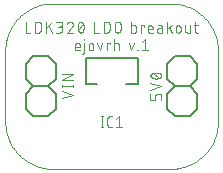
<source format=gto>
G04 EAGLE Gerber RS-274X export*
G75*
%MOMM*%
%FSLAX35Y35*%
%LPD*%
%INsilk_top*%
%IPPOS*%
%AMOC8*
5,1,8,0,0,1.08239X$1,22.5*%
G01*
%ADD10C,0.000000*%
%ADD11C,0.076200*%
%ADD12C,0.127000*%
%ADD13C,0.152400*%


D10*
X400000Y0D02*
X1400000Y0D01*
X1800000Y400000D02*
X1800000Y1000000D01*
X1400000Y1400000D02*
X400000Y1400000D01*
X0Y1000000D02*
X0Y400000D01*
X1400000Y1400000D02*
X1409665Y1399883D01*
X1419325Y1399533D01*
X1428974Y1398949D01*
X1438606Y1398133D01*
X1448215Y1397084D01*
X1457796Y1395803D01*
X1467343Y1394290D01*
X1476851Y1392548D01*
X1486314Y1390576D01*
X1495726Y1388377D01*
X1505083Y1385950D01*
X1514378Y1383298D01*
X1523607Y1380423D01*
X1532763Y1377325D01*
X1541842Y1374006D01*
X1550838Y1370470D01*
X1559746Y1366717D01*
X1568560Y1362750D01*
X1577277Y1358571D01*
X1585889Y1354182D01*
X1594393Y1349587D01*
X1602784Y1344788D01*
X1611056Y1339787D01*
X1619205Y1334588D01*
X1627226Y1329194D01*
X1635114Y1323607D01*
X1642865Y1317831D01*
X1650474Y1311870D01*
X1657937Y1305726D01*
X1665249Y1299404D01*
X1672406Y1292907D01*
X1679405Y1286240D01*
X1686240Y1279405D01*
X1692907Y1272406D01*
X1699404Y1265249D01*
X1705726Y1257937D01*
X1711870Y1250474D01*
X1717831Y1242865D01*
X1723607Y1235114D01*
X1729194Y1227226D01*
X1734588Y1219205D01*
X1739787Y1211056D01*
X1744788Y1202784D01*
X1749587Y1194393D01*
X1754182Y1185889D01*
X1758571Y1177277D01*
X1762750Y1168560D01*
X1766717Y1159746D01*
X1770470Y1150838D01*
X1774006Y1141842D01*
X1777325Y1132763D01*
X1780423Y1123607D01*
X1783298Y1114378D01*
X1785950Y1105083D01*
X1788377Y1095726D01*
X1790576Y1086314D01*
X1792548Y1076851D01*
X1794290Y1067343D01*
X1795803Y1057796D01*
X1797084Y1048215D01*
X1798133Y1038606D01*
X1798949Y1028974D01*
X1799533Y1019325D01*
X1799883Y1009665D01*
X1800000Y1000000D01*
X400000Y1400000D02*
X390335Y1399883D01*
X380675Y1399533D01*
X371026Y1398949D01*
X361394Y1398133D01*
X351785Y1397084D01*
X342204Y1395803D01*
X332657Y1394290D01*
X323149Y1392548D01*
X313686Y1390576D01*
X304274Y1388377D01*
X294917Y1385950D01*
X285622Y1383298D01*
X276393Y1380423D01*
X267237Y1377325D01*
X258158Y1374006D01*
X249162Y1370470D01*
X240254Y1366717D01*
X231440Y1362750D01*
X222723Y1358571D01*
X214111Y1354182D01*
X205607Y1349587D01*
X197216Y1344788D01*
X188944Y1339787D01*
X180795Y1334588D01*
X172774Y1329194D01*
X164886Y1323607D01*
X157135Y1317831D01*
X149526Y1311870D01*
X142063Y1305726D01*
X134751Y1299404D01*
X127594Y1292907D01*
X120595Y1286240D01*
X113760Y1279405D01*
X107093Y1272406D01*
X100596Y1265249D01*
X94274Y1257937D01*
X88130Y1250474D01*
X82169Y1242865D01*
X76393Y1235114D01*
X70806Y1227226D01*
X65412Y1219205D01*
X60213Y1211056D01*
X55212Y1202784D01*
X50413Y1194393D01*
X45818Y1185889D01*
X41429Y1177277D01*
X37250Y1168560D01*
X33283Y1159746D01*
X29530Y1150838D01*
X25994Y1141842D01*
X22675Y1132763D01*
X19577Y1123607D01*
X16702Y1114378D01*
X14050Y1105083D01*
X11623Y1095726D01*
X9424Y1086314D01*
X7452Y1076851D01*
X5710Y1067343D01*
X4197Y1057796D01*
X2916Y1048215D01*
X1867Y1038606D01*
X1051Y1028974D01*
X467Y1019325D01*
X117Y1009665D01*
X0Y1000000D01*
X0Y400000D02*
X117Y390335D01*
X467Y380675D01*
X1051Y371026D01*
X1867Y361394D01*
X2916Y351785D01*
X4197Y342204D01*
X5710Y332657D01*
X7452Y323149D01*
X9424Y313686D01*
X11623Y304274D01*
X14050Y294917D01*
X16702Y285622D01*
X19577Y276393D01*
X22675Y267237D01*
X25994Y258158D01*
X29530Y249162D01*
X33283Y240254D01*
X37250Y231440D01*
X41429Y222723D01*
X45818Y214111D01*
X50413Y205607D01*
X55212Y197216D01*
X60213Y188944D01*
X65412Y180795D01*
X70806Y172774D01*
X76393Y164886D01*
X82169Y157135D01*
X88130Y149526D01*
X94274Y142063D01*
X100596Y134751D01*
X107093Y127594D01*
X113760Y120595D01*
X120595Y113760D01*
X127594Y107093D01*
X134751Y100596D01*
X142063Y94274D01*
X149526Y88130D01*
X157135Y82169D01*
X164886Y76393D01*
X172774Y70806D01*
X180795Y65412D01*
X188944Y60213D01*
X197216Y55212D01*
X205607Y50413D01*
X214111Y45818D01*
X222723Y41429D01*
X231440Y37250D01*
X240254Y33283D01*
X249162Y29530D01*
X258158Y25994D01*
X267237Y22675D01*
X276393Y19577D01*
X285622Y16702D01*
X294917Y14050D01*
X304274Y11623D01*
X313686Y9424D01*
X323149Y7452D01*
X332657Y5710D01*
X342204Y4197D01*
X351785Y2916D01*
X361394Y1867D01*
X371026Y1051D01*
X380675Y467D01*
X390335Y117D01*
X400000Y0D01*
X1400000Y0D02*
X1409665Y117D01*
X1419325Y467D01*
X1428974Y1051D01*
X1438606Y1867D01*
X1448215Y2916D01*
X1457796Y4197D01*
X1467343Y5710D01*
X1476851Y7452D01*
X1486314Y9424D01*
X1495726Y11623D01*
X1505083Y14050D01*
X1514378Y16702D01*
X1523607Y19577D01*
X1532763Y22675D01*
X1541842Y25994D01*
X1550838Y29530D01*
X1559746Y33283D01*
X1568560Y37250D01*
X1577277Y41429D01*
X1585889Y45818D01*
X1594393Y50413D01*
X1602784Y55212D01*
X1611056Y60213D01*
X1619205Y65412D01*
X1627226Y70806D01*
X1635114Y76393D01*
X1642865Y82169D01*
X1650474Y88130D01*
X1657937Y94274D01*
X1665249Y100596D01*
X1672406Y107093D01*
X1679405Y113760D01*
X1686240Y120595D01*
X1692907Y127594D01*
X1699404Y134751D01*
X1705726Y142063D01*
X1711870Y149526D01*
X1717831Y157135D01*
X1723607Y164886D01*
X1729194Y172774D01*
X1734588Y180795D01*
X1739787Y188944D01*
X1744788Y197216D01*
X1749587Y205607D01*
X1754182Y214111D01*
X1758571Y222723D01*
X1762750Y231440D01*
X1766717Y240254D01*
X1770470Y249162D01*
X1774006Y258158D01*
X1777325Y267237D01*
X1780423Y276393D01*
X1783298Y285622D01*
X1785950Y294917D01*
X1788377Y304274D01*
X1790576Y313686D01*
X1792548Y323149D01*
X1794290Y332657D01*
X1795803Y342204D01*
X1797084Y351785D01*
X1798133Y361394D01*
X1798949Y371026D01*
X1799533Y380675D01*
X1799883Y390335D01*
X1800000Y400000D01*
D11*
X171915Y1153810D02*
X171915Y1246190D01*
X171915Y1153810D02*
X212973Y1153810D01*
X249741Y1153810D02*
X249741Y1246190D01*
X275402Y1246190D01*
X276022Y1246183D01*
X276642Y1246160D01*
X277261Y1246123D01*
X277879Y1246070D01*
X278495Y1246003D01*
X279110Y1245921D01*
X279722Y1245824D01*
X280332Y1245712D01*
X280939Y1245585D01*
X281543Y1245444D01*
X282143Y1245289D01*
X282740Y1245119D01*
X283332Y1244934D01*
X283919Y1244735D01*
X284502Y1244522D01*
X285079Y1244296D01*
X285650Y1244055D01*
X286216Y1243800D01*
X286775Y1243532D01*
X287327Y1243251D01*
X287873Y1242956D01*
X288411Y1242648D01*
X288942Y1242327D01*
X289465Y1241994D01*
X289979Y1241648D01*
X290485Y1241289D01*
X290982Y1240919D01*
X291471Y1240536D01*
X291949Y1240142D01*
X292418Y1239737D01*
X292878Y1239320D01*
X293327Y1238892D01*
X293765Y1238454D01*
X294193Y1238005D01*
X294610Y1237545D01*
X295015Y1237076D01*
X295409Y1236598D01*
X295792Y1236109D01*
X296162Y1235612D01*
X296521Y1235106D01*
X296867Y1234592D01*
X297200Y1234069D01*
X297521Y1233538D01*
X297829Y1233000D01*
X298124Y1232454D01*
X298405Y1231902D01*
X298673Y1231343D01*
X298928Y1230777D01*
X299169Y1230206D01*
X299395Y1229629D01*
X299608Y1229046D01*
X299807Y1228459D01*
X299992Y1227867D01*
X300162Y1227270D01*
X300317Y1226670D01*
X300458Y1226066D01*
X300585Y1225459D01*
X300697Y1224849D01*
X300794Y1224237D01*
X300876Y1223622D01*
X300943Y1223006D01*
X300996Y1222388D01*
X301033Y1221769D01*
X301056Y1221149D01*
X301063Y1220529D01*
X301063Y1179471D01*
X301064Y1179471D02*
X301057Y1178851D01*
X301034Y1178231D01*
X300997Y1177612D01*
X300944Y1176994D01*
X300877Y1176378D01*
X300795Y1175763D01*
X300698Y1175151D01*
X300586Y1174541D01*
X300459Y1173934D01*
X300318Y1173330D01*
X300163Y1172730D01*
X299993Y1172133D01*
X299808Y1171541D01*
X299609Y1170954D01*
X299396Y1170371D01*
X299170Y1169794D01*
X298929Y1169223D01*
X298674Y1168657D01*
X298406Y1168098D01*
X298125Y1167546D01*
X297830Y1167000D01*
X297522Y1166462D01*
X297201Y1165931D01*
X296868Y1165408D01*
X296522Y1164894D01*
X296163Y1164388D01*
X295793Y1163890D01*
X295410Y1163402D01*
X295016Y1162924D01*
X294610Y1162455D01*
X294194Y1161995D01*
X293766Y1161546D01*
X293327Y1161108D01*
X292878Y1160680D01*
X292419Y1160263D01*
X291950Y1159858D01*
X291471Y1159464D01*
X290983Y1159081D01*
X290486Y1158711D01*
X289980Y1158352D01*
X289465Y1158006D01*
X288943Y1157673D01*
X288412Y1157352D01*
X287874Y1157044D01*
X287328Y1156749D01*
X286776Y1156468D01*
X286216Y1156200D01*
X285651Y1155945D01*
X285079Y1155704D01*
X284502Y1155477D01*
X283920Y1155265D01*
X283332Y1155066D01*
X282740Y1154881D01*
X282144Y1154711D01*
X281544Y1154556D01*
X280940Y1154414D01*
X280333Y1154288D01*
X279723Y1154176D01*
X279110Y1154079D01*
X278496Y1153997D01*
X277879Y1153930D01*
X277261Y1153877D01*
X276642Y1153840D01*
X276023Y1153817D01*
X275403Y1153810D01*
X275402Y1153810D02*
X249741Y1153810D01*
X347043Y1153810D02*
X347043Y1246190D01*
X398365Y1246190D02*
X347043Y1189735D01*
X367571Y1210264D02*
X398365Y1153810D01*
X432741Y1153810D02*
X458402Y1153810D01*
X459027Y1153818D01*
X459651Y1153840D01*
X460275Y1153878D01*
X460898Y1153932D01*
X461519Y1154000D01*
X462138Y1154083D01*
X462755Y1154182D01*
X463370Y1154295D01*
X463981Y1154424D01*
X464590Y1154567D01*
X465194Y1154725D01*
X465795Y1154898D01*
X466391Y1155085D01*
X466983Y1155287D01*
X467569Y1155503D01*
X468150Y1155734D01*
X468725Y1155978D01*
X469294Y1156236D01*
X469857Y1156508D01*
X470412Y1156794D01*
X470961Y1157093D01*
X471502Y1157406D01*
X472036Y1157731D01*
X472561Y1158070D01*
X473078Y1158421D01*
X473586Y1158785D01*
X474085Y1159160D01*
X474575Y1159548D01*
X475056Y1159948D01*
X475526Y1160359D01*
X475986Y1160782D01*
X476436Y1161216D01*
X476875Y1161660D01*
X477304Y1162115D01*
X477721Y1162581D01*
X478126Y1163056D01*
X478520Y1163542D01*
X478902Y1164036D01*
X479272Y1164540D01*
X479629Y1165053D01*
X479974Y1165574D01*
X480306Y1166103D01*
X480625Y1166641D01*
X480931Y1167185D01*
X481223Y1167738D01*
X481502Y1168297D01*
X481768Y1168863D01*
X482019Y1169435D01*
X482256Y1170013D01*
X482480Y1170597D01*
X482689Y1171186D01*
X482883Y1171779D01*
X483063Y1172378D01*
X483229Y1172980D01*
X483379Y1173587D01*
X483515Y1174197D01*
X483636Y1174810D01*
X483742Y1175426D01*
X483833Y1176044D01*
X483909Y1176664D01*
X483970Y1177286D01*
X484015Y1177910D01*
X484046Y1178534D01*
X484061Y1179159D01*
X484061Y1179783D01*
X484046Y1180408D01*
X484015Y1181032D01*
X483970Y1181656D01*
X483909Y1182278D01*
X483833Y1182898D01*
X483742Y1183516D01*
X483636Y1184132D01*
X483515Y1184745D01*
X483379Y1185355D01*
X483229Y1185962D01*
X483063Y1186564D01*
X482883Y1187163D01*
X482689Y1187756D01*
X482480Y1188345D01*
X482256Y1188929D01*
X482019Y1189507D01*
X481768Y1190079D01*
X481502Y1190645D01*
X481223Y1191204D01*
X480931Y1191757D01*
X480625Y1192302D01*
X480306Y1192839D01*
X479974Y1193368D01*
X479629Y1193889D01*
X479272Y1194402D01*
X478902Y1194906D01*
X478520Y1195400D01*
X478126Y1195886D01*
X477721Y1196361D01*
X477304Y1196827D01*
X476875Y1197282D01*
X476436Y1197726D01*
X475986Y1198160D01*
X475526Y1198583D01*
X475056Y1198994D01*
X474575Y1199394D01*
X474085Y1199782D01*
X473586Y1200157D01*
X473078Y1200521D01*
X472561Y1200872D01*
X472036Y1201211D01*
X471502Y1201536D01*
X470961Y1201849D01*
X470412Y1202148D01*
X469857Y1202434D01*
X469294Y1202706D01*
X468725Y1202964D01*
X468150Y1203208D01*
X467569Y1203439D01*
X466983Y1203655D01*
X466391Y1203857D01*
X465795Y1204044D01*
X465194Y1204217D01*
X464590Y1204375D01*
X463981Y1204518D01*
X463370Y1204647D01*
X462755Y1204760D01*
X462138Y1204859D01*
X461519Y1204942D01*
X460898Y1205010D01*
X460275Y1205064D01*
X459651Y1205102D01*
X459027Y1205124D01*
X458402Y1205132D01*
X463534Y1246190D02*
X432741Y1246190D01*
X463534Y1246190D02*
X464034Y1246184D01*
X464534Y1246166D01*
X465033Y1246135D01*
X465531Y1246093D01*
X466028Y1246038D01*
X466523Y1245971D01*
X467017Y1245892D01*
X467508Y1245802D01*
X467998Y1245699D01*
X468484Y1245584D01*
X468968Y1245458D01*
X469448Y1245320D01*
X469925Y1245170D01*
X470399Y1245008D01*
X470868Y1244835D01*
X471332Y1244651D01*
X471792Y1244456D01*
X472248Y1244249D01*
X472698Y1244031D01*
X473142Y1243803D01*
X473581Y1243563D01*
X474014Y1243313D01*
X474441Y1243053D01*
X474861Y1242782D01*
X475275Y1242501D01*
X475681Y1242210D01*
X476081Y1241910D01*
X476473Y1241599D01*
X476857Y1241279D01*
X477233Y1240950D01*
X477602Y1240612D01*
X477962Y1240265D01*
X478313Y1239910D01*
X478655Y1239546D01*
X478989Y1239173D01*
X479314Y1238793D01*
X479629Y1238405D01*
X479934Y1238009D01*
X480230Y1237606D01*
X480516Y1237196D01*
X480792Y1236779D01*
X481057Y1236355D01*
X481313Y1235926D01*
X481557Y1235490D01*
X481791Y1235048D01*
X482014Y1234600D01*
X482227Y1234148D01*
X482428Y1233690D01*
X482618Y1233228D01*
X482796Y1232761D01*
X482963Y1232289D01*
X483119Y1231814D01*
X483263Y1231336D01*
X483395Y1230853D01*
X483516Y1230368D01*
X483625Y1229880D01*
X483722Y1229390D01*
X483806Y1228897D01*
X483879Y1228403D01*
X483940Y1227906D01*
X483988Y1227409D01*
X484025Y1226910D01*
X484049Y1226411D01*
X484061Y1225911D01*
X484061Y1225411D01*
X484049Y1224911D01*
X484025Y1224412D01*
X483988Y1223913D01*
X483940Y1223416D01*
X483879Y1222919D01*
X483806Y1222425D01*
X483722Y1221932D01*
X483625Y1221442D01*
X483516Y1220954D01*
X483395Y1220469D01*
X483263Y1219986D01*
X483119Y1219508D01*
X482963Y1219033D01*
X482796Y1218561D01*
X482618Y1218094D01*
X482428Y1217632D01*
X482227Y1217174D01*
X482014Y1216722D01*
X481791Y1216274D01*
X481557Y1215832D01*
X481313Y1215397D01*
X481057Y1214967D01*
X480792Y1214543D01*
X480516Y1214126D01*
X480230Y1213716D01*
X479934Y1213313D01*
X479629Y1212917D01*
X479314Y1212529D01*
X478989Y1212149D01*
X478655Y1211776D01*
X478313Y1211412D01*
X477962Y1211057D01*
X477602Y1210710D01*
X477233Y1210372D01*
X476857Y1210043D01*
X476473Y1209723D01*
X476081Y1209412D01*
X475681Y1209112D01*
X475275Y1208821D01*
X474861Y1208540D01*
X474441Y1208269D01*
X474014Y1208009D01*
X473581Y1207759D01*
X473142Y1207519D01*
X472698Y1207291D01*
X472248Y1207073D01*
X471792Y1206866D01*
X471332Y1206671D01*
X470868Y1206487D01*
X470399Y1206314D01*
X469925Y1206152D01*
X469448Y1206002D01*
X468968Y1205864D01*
X468484Y1205738D01*
X467998Y1205623D01*
X467508Y1205520D01*
X467017Y1205430D01*
X466523Y1205351D01*
X466028Y1205284D01*
X465531Y1205229D01*
X465033Y1205187D01*
X464534Y1205156D01*
X464034Y1205138D01*
X463534Y1205132D01*
X443005Y1205132D01*
X550968Y1246190D02*
X551526Y1246183D01*
X552084Y1246163D01*
X552641Y1246129D01*
X553197Y1246082D01*
X553752Y1246022D01*
X554305Y1245948D01*
X554856Y1245860D01*
X555405Y1245760D01*
X555952Y1245646D01*
X556495Y1245519D01*
X557035Y1245379D01*
X557572Y1245226D01*
X558105Y1245060D01*
X558633Y1244881D01*
X559158Y1244689D01*
X559677Y1244485D01*
X560191Y1244268D01*
X560700Y1244039D01*
X561204Y1243798D01*
X561701Y1243545D01*
X562192Y1243279D01*
X562676Y1243002D01*
X563154Y1242713D01*
X563624Y1242413D01*
X564087Y1242102D01*
X564543Y1241779D01*
X564990Y1241446D01*
X565430Y1241102D01*
X565861Y1240747D01*
X566283Y1240382D01*
X566696Y1240007D01*
X567100Y1239622D01*
X567495Y1239227D01*
X567880Y1238823D01*
X568255Y1238410D01*
X568620Y1237988D01*
X568975Y1237557D01*
X569319Y1237117D01*
X569652Y1236670D01*
X569975Y1236214D01*
X570286Y1235751D01*
X570586Y1235281D01*
X570875Y1234803D01*
X571152Y1234319D01*
X571418Y1233828D01*
X571671Y1233331D01*
X571912Y1232827D01*
X572141Y1232318D01*
X572358Y1231804D01*
X572562Y1231285D01*
X572754Y1230760D01*
X572933Y1230232D01*
X573099Y1229699D01*
X573252Y1229162D01*
X573392Y1228622D01*
X573519Y1228079D01*
X573633Y1227532D01*
X573733Y1226983D01*
X573821Y1226432D01*
X573895Y1225879D01*
X573955Y1225324D01*
X574002Y1224768D01*
X574036Y1224211D01*
X574056Y1223653D01*
X574063Y1223095D01*
X550968Y1246190D02*
X550250Y1246181D01*
X549533Y1246155D01*
X548817Y1246112D01*
X548102Y1246051D01*
X547389Y1245973D01*
X546678Y1245878D01*
X545969Y1245766D01*
X545263Y1245636D01*
X544561Y1245490D01*
X543862Y1245327D01*
X543167Y1245146D01*
X542477Y1244949D01*
X541792Y1244736D01*
X541113Y1244505D01*
X540439Y1244259D01*
X539771Y1243996D01*
X539110Y1243717D01*
X538456Y1243423D01*
X537809Y1243112D01*
X537170Y1242786D01*
X536538Y1242445D01*
X535916Y1242088D01*
X535302Y1241717D01*
X534697Y1241331D01*
X534102Y1240930D01*
X533516Y1240515D01*
X532941Y1240086D01*
X532377Y1239643D01*
X531823Y1239187D01*
X531280Y1238717D01*
X530749Y1238235D01*
X530230Y1237739D01*
X529723Y1237232D01*
X529228Y1236712D01*
X528746Y1236180D01*
X528277Y1235637D01*
X527822Y1235083D01*
X527380Y1234518D01*
X526951Y1233942D01*
X526537Y1233356D01*
X526137Y1232760D01*
X525751Y1232155D01*
X525381Y1231541D01*
X525025Y1230918D01*
X524684Y1230286D01*
X524359Y1229647D01*
X524049Y1228999D01*
X523755Y1228345D01*
X523477Y1227683D01*
X523216Y1227015D01*
X522970Y1226341D01*
X522740Y1225661D01*
X566365Y1205132D02*
X566800Y1205558D01*
X567225Y1205993D01*
X567639Y1206439D01*
X568043Y1206895D01*
X568434Y1207361D01*
X568815Y1207836D01*
X569183Y1208321D01*
X569540Y1208814D01*
X569884Y1209316D01*
X570216Y1209826D01*
X570535Y1210345D01*
X570842Y1210871D01*
X571135Y1211404D01*
X571415Y1211944D01*
X571682Y1212491D01*
X571936Y1213045D01*
X572175Y1213604D01*
X572401Y1214169D01*
X572614Y1214740D01*
X572811Y1215315D01*
X572995Y1215896D01*
X573165Y1216480D01*
X573320Y1217069D01*
X573461Y1217661D01*
X573587Y1218257D01*
X573698Y1218855D01*
X573795Y1219456D01*
X573877Y1220059D01*
X573944Y1220664D01*
X573996Y1221271D01*
X574033Y1221878D01*
X574056Y1222486D01*
X574063Y1223095D01*
X566364Y1205132D02*
X522740Y1153810D01*
X574063Y1153810D01*
X612740Y1200000D02*
X612762Y1201817D01*
X612827Y1203633D01*
X612935Y1205448D01*
X613087Y1207259D01*
X613282Y1209066D01*
X613520Y1210867D01*
X613801Y1212663D01*
X614124Y1214451D01*
X614490Y1216231D01*
X614899Y1218002D01*
X615350Y1219763D01*
X615843Y1221512D01*
X616377Y1223249D01*
X616953Y1224973D01*
X617569Y1226683D01*
X618226Y1228377D01*
X618924Y1230055D01*
X619661Y1231716D01*
X620438Y1233359D01*
X620438Y1233360D02*
X620594Y1233795D01*
X620759Y1234226D01*
X620935Y1234653D01*
X621122Y1235075D01*
X621318Y1235493D01*
X621525Y1235906D01*
X621742Y1236314D01*
X621968Y1236717D01*
X622205Y1237114D01*
X622450Y1237505D01*
X622706Y1237889D01*
X622970Y1238268D01*
X623244Y1238640D01*
X623527Y1239005D01*
X623818Y1239364D01*
X624118Y1239715D01*
X624427Y1240058D01*
X624744Y1240394D01*
X625069Y1240723D01*
X625402Y1241043D01*
X625742Y1241355D01*
X626090Y1241659D01*
X626445Y1241954D01*
X626808Y1242240D01*
X627177Y1242518D01*
X627553Y1242786D01*
X627935Y1243045D01*
X628323Y1243295D01*
X628718Y1243536D01*
X629118Y1243766D01*
X629524Y1243987D01*
X629934Y1244198D01*
X630350Y1244399D01*
X630771Y1244590D01*
X631196Y1244770D01*
X631626Y1244940D01*
X632059Y1245100D01*
X632496Y1245249D01*
X632937Y1245387D01*
X633381Y1245514D01*
X633828Y1245631D01*
X634277Y1245737D01*
X634729Y1245832D01*
X635183Y1245915D01*
X635640Y1245988D01*
X636097Y1246050D01*
X636556Y1246100D01*
X637017Y1246139D01*
X637478Y1246168D01*
X637939Y1246184D01*
X638401Y1246190D01*
X638863Y1246184D01*
X639324Y1246168D01*
X639785Y1246139D01*
X640246Y1246100D01*
X640705Y1246050D01*
X641162Y1245988D01*
X641619Y1245915D01*
X642073Y1245832D01*
X642525Y1245737D01*
X642974Y1245631D01*
X643421Y1245514D01*
X643865Y1245387D01*
X644306Y1245249D01*
X644743Y1245100D01*
X645177Y1244940D01*
X645606Y1244770D01*
X646031Y1244590D01*
X646452Y1244399D01*
X646868Y1244198D01*
X647279Y1243987D01*
X647684Y1243766D01*
X648084Y1243535D01*
X648479Y1243295D01*
X648867Y1243045D01*
X649249Y1242786D01*
X649625Y1242518D01*
X649995Y1242240D01*
X650357Y1241954D01*
X650712Y1241658D01*
X651060Y1241355D01*
X651401Y1241043D01*
X651733Y1240722D01*
X652058Y1240394D01*
X652375Y1240058D01*
X652684Y1239714D01*
X652984Y1239363D01*
X653275Y1239005D01*
X653558Y1238640D01*
X653832Y1238268D01*
X654096Y1237889D01*
X654352Y1237504D01*
X654598Y1237113D01*
X654834Y1236716D01*
X655060Y1236314D01*
X655277Y1235906D01*
X655484Y1235493D01*
X655680Y1235075D01*
X655867Y1234653D01*
X656043Y1234226D01*
X656209Y1233794D01*
X656364Y1233359D01*
X657140Y1231716D01*
X657878Y1230055D01*
X658575Y1228377D01*
X659233Y1226683D01*
X659849Y1224973D01*
X660425Y1223249D01*
X660959Y1221512D01*
X661452Y1219763D01*
X661903Y1218002D01*
X662311Y1216231D01*
X662678Y1214451D01*
X663001Y1212663D01*
X663282Y1210867D01*
X663520Y1209066D01*
X663715Y1207259D01*
X663867Y1205448D01*
X663975Y1203634D01*
X664040Y1201817D01*
X664062Y1200000D01*
X612740Y1200000D02*
X612762Y1198183D01*
X612827Y1196366D01*
X612935Y1194552D01*
X613087Y1192741D01*
X613282Y1190934D01*
X613520Y1189132D01*
X613801Y1187337D01*
X614124Y1185548D01*
X614490Y1183768D01*
X614899Y1181997D01*
X615350Y1180237D01*
X615843Y1178487D01*
X616377Y1176750D01*
X616953Y1175027D01*
X617569Y1173317D01*
X618226Y1171622D01*
X618924Y1169944D01*
X619661Y1168283D01*
X620438Y1166640D01*
X620439Y1166640D02*
X620594Y1166205D01*
X620759Y1165774D01*
X620935Y1165347D01*
X621122Y1164924D01*
X621318Y1164506D01*
X621525Y1164093D01*
X621742Y1163686D01*
X621968Y1163283D01*
X622205Y1162886D01*
X622451Y1162495D01*
X622706Y1162110D01*
X622971Y1161732D01*
X623244Y1161360D01*
X623527Y1160995D01*
X623818Y1160636D01*
X624119Y1160285D01*
X624427Y1159942D01*
X624744Y1159606D01*
X625069Y1159277D01*
X625402Y1158957D01*
X625742Y1158645D01*
X626090Y1158341D01*
X626445Y1158046D01*
X626808Y1157760D01*
X627177Y1157482D01*
X627553Y1157214D01*
X627935Y1156955D01*
X628323Y1156705D01*
X628718Y1156464D01*
X629118Y1156234D01*
X629524Y1156013D01*
X629934Y1155802D01*
X630350Y1155601D01*
X630771Y1155410D01*
X631196Y1155230D01*
X631626Y1155060D01*
X632059Y1154900D01*
X632496Y1154751D01*
X632937Y1154613D01*
X633381Y1154486D01*
X633828Y1154369D01*
X634277Y1154263D01*
X634729Y1154168D01*
X635183Y1154085D01*
X635640Y1154012D01*
X636097Y1153950D01*
X636556Y1153900D01*
X637017Y1153861D01*
X637478Y1153832D01*
X637939Y1153816D01*
X638401Y1153810D01*
X656364Y1166640D02*
X657140Y1168283D01*
X657878Y1169944D01*
X658575Y1171623D01*
X659233Y1173317D01*
X659849Y1175027D01*
X660425Y1176751D01*
X660959Y1178488D01*
X661452Y1180237D01*
X661903Y1181998D01*
X662311Y1183768D01*
X662678Y1185549D01*
X663001Y1187337D01*
X663282Y1189132D01*
X663520Y1190934D01*
X663715Y1192741D01*
X663867Y1194552D01*
X663975Y1196366D01*
X664040Y1198183D01*
X664062Y1200000D01*
X656364Y1166640D02*
X656208Y1166205D01*
X656043Y1165774D01*
X655867Y1165347D01*
X655680Y1164925D01*
X655484Y1164507D01*
X655277Y1164094D01*
X655060Y1163686D01*
X654834Y1163283D01*
X654597Y1162886D01*
X654352Y1162495D01*
X654096Y1162111D01*
X653832Y1161732D01*
X653558Y1161360D01*
X653275Y1160995D01*
X652984Y1160636D01*
X652684Y1160285D01*
X652375Y1159942D01*
X652058Y1159606D01*
X651733Y1159277D01*
X651400Y1158957D01*
X651060Y1158645D01*
X650712Y1158341D01*
X650357Y1158046D01*
X649994Y1157760D01*
X649625Y1157482D01*
X649249Y1157214D01*
X648867Y1156955D01*
X648479Y1156705D01*
X648084Y1156464D01*
X647684Y1156234D01*
X647278Y1156013D01*
X646868Y1155802D01*
X646452Y1155601D01*
X646031Y1155410D01*
X645606Y1155230D01*
X645176Y1155060D01*
X644743Y1154900D01*
X644306Y1154751D01*
X643865Y1154613D01*
X643421Y1154486D01*
X642974Y1154369D01*
X642525Y1154263D01*
X642073Y1154168D01*
X641619Y1154085D01*
X641162Y1154012D01*
X640705Y1153950D01*
X640246Y1153900D01*
X639785Y1153861D01*
X639324Y1153832D01*
X638863Y1153816D01*
X638401Y1153810D01*
X617872Y1174339D02*
X658930Y1225661D01*
X753913Y1246190D02*
X753913Y1153810D01*
X794971Y1153810D01*
X831739Y1153810D02*
X831739Y1246190D01*
X857400Y1246190D01*
X858020Y1246183D01*
X858640Y1246160D01*
X859259Y1246123D01*
X859877Y1246070D01*
X860493Y1246003D01*
X861108Y1245921D01*
X861720Y1245824D01*
X862330Y1245712D01*
X862937Y1245585D01*
X863541Y1245444D01*
X864141Y1245289D01*
X864738Y1245119D01*
X865330Y1244934D01*
X865917Y1244735D01*
X866500Y1244522D01*
X867077Y1244296D01*
X867648Y1244055D01*
X868214Y1243800D01*
X868773Y1243532D01*
X869325Y1243251D01*
X869871Y1242956D01*
X870409Y1242648D01*
X870940Y1242327D01*
X871463Y1241994D01*
X871977Y1241648D01*
X872483Y1241289D01*
X872980Y1240919D01*
X873469Y1240536D01*
X873947Y1240142D01*
X874416Y1239737D01*
X874876Y1239320D01*
X875325Y1238892D01*
X875763Y1238454D01*
X876191Y1238005D01*
X876608Y1237545D01*
X877013Y1237076D01*
X877407Y1236598D01*
X877790Y1236109D01*
X878160Y1235612D01*
X878519Y1235106D01*
X878865Y1234592D01*
X879198Y1234069D01*
X879519Y1233538D01*
X879827Y1233000D01*
X880122Y1232454D01*
X880403Y1231902D01*
X880671Y1231343D01*
X880926Y1230777D01*
X881167Y1230206D01*
X881393Y1229629D01*
X881606Y1229046D01*
X881805Y1228459D01*
X881990Y1227867D01*
X882160Y1227270D01*
X882315Y1226670D01*
X882456Y1226066D01*
X882583Y1225459D01*
X882695Y1224849D01*
X882792Y1224237D01*
X882874Y1223622D01*
X882941Y1223006D01*
X882994Y1222388D01*
X883031Y1221769D01*
X883054Y1221149D01*
X883061Y1220529D01*
X883062Y1220529D02*
X883062Y1179471D01*
X883055Y1178851D01*
X883032Y1178231D01*
X882995Y1177612D01*
X882942Y1176994D01*
X882875Y1176378D01*
X882793Y1175763D01*
X882696Y1175151D01*
X882584Y1174541D01*
X882457Y1173934D01*
X882316Y1173330D01*
X882161Y1172730D01*
X881991Y1172133D01*
X881806Y1171541D01*
X881607Y1170954D01*
X881394Y1170371D01*
X881168Y1169794D01*
X880927Y1169223D01*
X880672Y1168657D01*
X880404Y1168098D01*
X880123Y1167546D01*
X879828Y1167000D01*
X879520Y1166462D01*
X879199Y1165931D01*
X878866Y1165408D01*
X878520Y1164894D01*
X878161Y1164388D01*
X877791Y1163890D01*
X877408Y1163402D01*
X877014Y1162924D01*
X876608Y1162455D01*
X876192Y1161995D01*
X875764Y1161546D01*
X875325Y1161108D01*
X874876Y1160680D01*
X874417Y1160263D01*
X873948Y1159858D01*
X873469Y1159464D01*
X872981Y1159081D01*
X872484Y1158711D01*
X871978Y1158352D01*
X871463Y1158006D01*
X870941Y1157673D01*
X870410Y1157352D01*
X869872Y1157044D01*
X869326Y1156749D01*
X868774Y1156468D01*
X868214Y1156200D01*
X867649Y1155945D01*
X867077Y1155704D01*
X866500Y1155477D01*
X865918Y1155265D01*
X865330Y1155066D01*
X864738Y1154881D01*
X864142Y1154711D01*
X863542Y1154556D01*
X862938Y1154414D01*
X862331Y1154288D01*
X861721Y1154176D01*
X861108Y1154079D01*
X860494Y1153997D01*
X859877Y1153930D01*
X859259Y1153877D01*
X858640Y1153840D01*
X858021Y1153817D01*
X857401Y1153810D01*
X857400Y1153810D02*
X831739Y1153810D01*
X924739Y1179471D02*
X924739Y1220529D01*
X924747Y1221154D01*
X924769Y1221778D01*
X924807Y1222402D01*
X924861Y1223025D01*
X924929Y1223646D01*
X925012Y1224265D01*
X925111Y1224882D01*
X925224Y1225497D01*
X925353Y1226108D01*
X925496Y1226717D01*
X925654Y1227321D01*
X925827Y1227922D01*
X926014Y1228518D01*
X926216Y1229110D01*
X926432Y1229696D01*
X926663Y1230277D01*
X926907Y1230852D01*
X927165Y1231421D01*
X927437Y1231984D01*
X927723Y1232539D01*
X928022Y1233088D01*
X928335Y1233629D01*
X928660Y1234163D01*
X928999Y1234688D01*
X929350Y1235205D01*
X929714Y1235713D01*
X930089Y1236212D01*
X930477Y1236702D01*
X930877Y1237183D01*
X931288Y1237653D01*
X931711Y1238113D01*
X932145Y1238563D01*
X932589Y1239002D01*
X933044Y1239431D01*
X933510Y1239848D01*
X933985Y1240253D01*
X934471Y1240647D01*
X934965Y1241029D01*
X935469Y1241399D01*
X935982Y1241756D01*
X936503Y1242101D01*
X937032Y1242433D01*
X937570Y1242752D01*
X938114Y1243058D01*
X938667Y1243350D01*
X939226Y1243629D01*
X939792Y1243895D01*
X940364Y1244146D01*
X940942Y1244383D01*
X941526Y1244607D01*
X942115Y1244816D01*
X942708Y1245010D01*
X943307Y1245190D01*
X943909Y1245356D01*
X944516Y1245506D01*
X945126Y1245642D01*
X945739Y1245763D01*
X946355Y1245869D01*
X946973Y1245960D01*
X947593Y1246036D01*
X948215Y1246097D01*
X948839Y1246142D01*
X949463Y1246173D01*
X950088Y1246188D01*
X950712Y1246188D01*
X951337Y1246173D01*
X951961Y1246142D01*
X952585Y1246097D01*
X953207Y1246036D01*
X953827Y1245960D01*
X954445Y1245869D01*
X955061Y1245763D01*
X955674Y1245642D01*
X956284Y1245506D01*
X956891Y1245356D01*
X957493Y1245190D01*
X958092Y1245010D01*
X958685Y1244816D01*
X959274Y1244607D01*
X959858Y1244383D01*
X960436Y1244146D01*
X961008Y1243895D01*
X961574Y1243629D01*
X962133Y1243350D01*
X962686Y1243058D01*
X963231Y1242752D01*
X963768Y1242433D01*
X964297Y1242101D01*
X964818Y1241756D01*
X965331Y1241399D01*
X965835Y1241029D01*
X966329Y1240647D01*
X966815Y1240253D01*
X967290Y1239848D01*
X967756Y1239431D01*
X968211Y1239002D01*
X968655Y1238563D01*
X969089Y1238113D01*
X969512Y1237653D01*
X969923Y1237183D01*
X970323Y1236702D01*
X970711Y1236212D01*
X971086Y1235713D01*
X971450Y1235205D01*
X971801Y1234688D01*
X972140Y1234163D01*
X972465Y1233629D01*
X972778Y1233088D01*
X973077Y1232539D01*
X973363Y1231984D01*
X973635Y1231421D01*
X973893Y1230852D01*
X974137Y1230277D01*
X974368Y1229696D01*
X974584Y1229110D01*
X974786Y1228518D01*
X974973Y1227922D01*
X975146Y1227321D01*
X975304Y1226717D01*
X975447Y1226108D01*
X975576Y1225497D01*
X975689Y1224882D01*
X975788Y1224265D01*
X975871Y1223646D01*
X975939Y1223025D01*
X975993Y1222402D01*
X976031Y1221778D01*
X976053Y1221154D01*
X976061Y1220529D01*
X976061Y1179471D01*
X976053Y1178846D01*
X976031Y1178222D01*
X975993Y1177598D01*
X975939Y1176975D01*
X975871Y1176354D01*
X975788Y1175735D01*
X975689Y1175118D01*
X975576Y1174503D01*
X975447Y1173892D01*
X975304Y1173283D01*
X975146Y1172679D01*
X974973Y1172078D01*
X974786Y1171482D01*
X974584Y1170890D01*
X974368Y1170304D01*
X974137Y1169723D01*
X973893Y1169148D01*
X973635Y1168579D01*
X973363Y1168016D01*
X973077Y1167461D01*
X972778Y1166912D01*
X972465Y1166371D01*
X972140Y1165837D01*
X971801Y1165312D01*
X971450Y1164795D01*
X971086Y1164287D01*
X970711Y1163788D01*
X970323Y1163298D01*
X969923Y1162817D01*
X969512Y1162347D01*
X969089Y1161887D01*
X968655Y1161437D01*
X968211Y1160998D01*
X967756Y1160569D01*
X967290Y1160152D01*
X966815Y1159747D01*
X966329Y1159353D01*
X965835Y1158971D01*
X965331Y1158601D01*
X964818Y1158244D01*
X964297Y1157899D01*
X963768Y1157567D01*
X963231Y1157248D01*
X962686Y1156942D01*
X962133Y1156650D01*
X961574Y1156371D01*
X961008Y1156105D01*
X960436Y1155854D01*
X959858Y1155617D01*
X959274Y1155393D01*
X958685Y1155184D01*
X958092Y1154990D01*
X957493Y1154810D01*
X956891Y1154644D01*
X956284Y1154494D01*
X955674Y1154358D01*
X955061Y1154237D01*
X954445Y1154131D01*
X953827Y1154040D01*
X953207Y1153964D01*
X952585Y1153903D01*
X951961Y1153858D01*
X951337Y1153827D01*
X950712Y1153812D01*
X950088Y1153812D01*
X949463Y1153827D01*
X948839Y1153858D01*
X948215Y1153903D01*
X947593Y1153964D01*
X946973Y1154040D01*
X946355Y1154131D01*
X945739Y1154237D01*
X945126Y1154358D01*
X944516Y1154494D01*
X943909Y1154644D01*
X943307Y1154810D01*
X942708Y1154990D01*
X942115Y1155184D01*
X941526Y1155393D01*
X940942Y1155617D01*
X940364Y1155854D01*
X939792Y1156105D01*
X939226Y1156371D01*
X938667Y1156650D01*
X938114Y1156942D01*
X937570Y1157248D01*
X937032Y1157567D01*
X936503Y1157899D01*
X935982Y1158244D01*
X935469Y1158601D01*
X934965Y1158971D01*
X934471Y1159353D01*
X933985Y1159747D01*
X933510Y1160152D01*
X933044Y1160569D01*
X932589Y1160998D01*
X932145Y1161437D01*
X931711Y1161887D01*
X931288Y1162347D01*
X930877Y1162817D01*
X930477Y1163298D01*
X930089Y1163788D01*
X929714Y1164287D01*
X929350Y1164795D01*
X928999Y1165312D01*
X928660Y1165837D01*
X928335Y1166371D01*
X928022Y1166912D01*
X927723Y1167461D01*
X927437Y1168016D01*
X927165Y1168579D01*
X926907Y1169148D01*
X926663Y1169723D01*
X926432Y1170304D01*
X926216Y1170890D01*
X926014Y1171482D01*
X925827Y1172078D01*
X925654Y1172679D01*
X925496Y1173283D01*
X925353Y1173892D01*
X925224Y1174503D01*
X925111Y1175118D01*
X925012Y1175735D01*
X924929Y1176354D01*
X924861Y1176975D01*
X924807Y1177598D01*
X924769Y1178222D01*
X924747Y1178846D01*
X924739Y1179471D01*
X1065324Y1153810D02*
X1065324Y1246190D01*
X1065324Y1153810D02*
X1090985Y1153810D01*
X1091357Y1153814D01*
X1091729Y1153828D01*
X1092100Y1153850D01*
X1092471Y1153882D01*
X1092841Y1153922D01*
X1093210Y1153972D01*
X1093577Y1154030D01*
X1093943Y1154097D01*
X1094307Y1154173D01*
X1094670Y1154257D01*
X1095030Y1154351D01*
X1095387Y1154453D01*
X1095743Y1154564D01*
X1096095Y1154683D01*
X1096445Y1154811D01*
X1096791Y1154947D01*
X1097134Y1155091D01*
X1097473Y1155244D01*
X1097808Y1155405D01*
X1098140Y1155574D01*
X1098467Y1155750D01*
X1098790Y1155935D01*
X1099109Y1156128D01*
X1099422Y1156328D01*
X1099731Y1156535D01*
X1100035Y1156750D01*
X1100333Y1156973D01*
X1100626Y1157202D01*
X1100913Y1157439D01*
X1101195Y1157682D01*
X1101470Y1157932D01*
X1101739Y1158189D01*
X1102002Y1158452D01*
X1102259Y1158721D01*
X1102509Y1158997D01*
X1102753Y1159278D01*
X1102989Y1159565D01*
X1103218Y1159858D01*
X1103441Y1160157D01*
X1103656Y1160460D01*
X1103863Y1160769D01*
X1104064Y1161083D01*
X1104256Y1161401D01*
X1104441Y1161724D01*
X1104618Y1162051D01*
X1104786Y1162383D01*
X1104947Y1162718D01*
X1105100Y1163058D01*
X1105244Y1163400D01*
X1105381Y1163747D01*
X1105508Y1164096D01*
X1105628Y1164449D01*
X1105738Y1164804D01*
X1105840Y1165162D01*
X1105934Y1165522D01*
X1106018Y1165884D01*
X1106094Y1166248D01*
X1106161Y1166614D01*
X1106219Y1166982D01*
X1106269Y1167351D01*
X1106309Y1167720D01*
X1106341Y1168091D01*
X1106363Y1168462D01*
X1106377Y1168834D01*
X1106381Y1169206D01*
X1106381Y1169207D02*
X1106381Y1200000D01*
X1106382Y1200000D02*
X1106378Y1200372D01*
X1106364Y1200744D01*
X1106342Y1201115D01*
X1106310Y1201486D01*
X1106270Y1201856D01*
X1106220Y1202225D01*
X1106162Y1202592D01*
X1106095Y1202958D01*
X1106019Y1203322D01*
X1105935Y1203685D01*
X1105841Y1204045D01*
X1105739Y1204403D01*
X1105628Y1204758D01*
X1105509Y1205110D01*
X1105381Y1205460D01*
X1105245Y1205806D01*
X1105101Y1206149D01*
X1104948Y1206488D01*
X1104787Y1206824D01*
X1104618Y1207155D01*
X1104441Y1207483D01*
X1104257Y1207806D01*
X1104064Y1208124D01*
X1103864Y1208438D01*
X1103656Y1208746D01*
X1103441Y1209050D01*
X1103219Y1209348D01*
X1102990Y1209641D01*
X1102753Y1209929D01*
X1102510Y1210210D01*
X1102260Y1210486D01*
X1102003Y1210755D01*
X1101740Y1211018D01*
X1101471Y1211275D01*
X1101195Y1211525D01*
X1100914Y1211768D01*
X1100626Y1212005D01*
X1100333Y1212234D01*
X1100035Y1212456D01*
X1099731Y1212671D01*
X1099423Y1212879D01*
X1099109Y1213079D01*
X1098791Y1213272D01*
X1098468Y1213456D01*
X1098140Y1213633D01*
X1097809Y1213802D01*
X1097473Y1213963D01*
X1097134Y1214116D01*
X1096791Y1214260D01*
X1096445Y1214396D01*
X1096095Y1214524D01*
X1095743Y1214643D01*
X1095388Y1214754D01*
X1095030Y1214856D01*
X1094670Y1214950D01*
X1094307Y1215034D01*
X1093943Y1215110D01*
X1093577Y1215177D01*
X1093210Y1215235D01*
X1092841Y1215285D01*
X1092471Y1215325D01*
X1092100Y1215357D01*
X1091729Y1215379D01*
X1091357Y1215393D01*
X1090985Y1215397D01*
X1065324Y1215397D01*
X1146381Y1215397D02*
X1146381Y1153810D01*
X1146381Y1215397D02*
X1177174Y1215397D01*
X1177174Y1205132D01*
X1221267Y1153810D02*
X1246928Y1153810D01*
X1221267Y1153810D02*
X1220895Y1153814D01*
X1220523Y1153828D01*
X1220152Y1153850D01*
X1219781Y1153882D01*
X1219411Y1153922D01*
X1219042Y1153972D01*
X1218675Y1154030D01*
X1218309Y1154097D01*
X1217945Y1154173D01*
X1217582Y1154257D01*
X1217222Y1154351D01*
X1216864Y1154453D01*
X1216509Y1154564D01*
X1216157Y1154683D01*
X1215807Y1154811D01*
X1215461Y1154947D01*
X1215118Y1155091D01*
X1214779Y1155244D01*
X1214443Y1155405D01*
X1214112Y1155574D01*
X1213784Y1155751D01*
X1213461Y1155935D01*
X1213143Y1156128D01*
X1212829Y1156328D01*
X1212521Y1156536D01*
X1212217Y1156751D01*
X1211919Y1156973D01*
X1211626Y1157202D01*
X1211338Y1157439D01*
X1211057Y1157682D01*
X1210781Y1157932D01*
X1210512Y1158189D01*
X1210249Y1158452D01*
X1209992Y1158721D01*
X1209742Y1158997D01*
X1209499Y1159278D01*
X1209262Y1159566D01*
X1209033Y1159859D01*
X1208811Y1160157D01*
X1208596Y1160461D01*
X1208388Y1160769D01*
X1208188Y1161083D01*
X1207995Y1161401D01*
X1207811Y1161724D01*
X1207634Y1162052D01*
X1207465Y1162383D01*
X1207304Y1162719D01*
X1207151Y1163058D01*
X1207007Y1163401D01*
X1206871Y1163747D01*
X1206743Y1164097D01*
X1206624Y1164449D01*
X1206513Y1164804D01*
X1206411Y1165162D01*
X1206317Y1165522D01*
X1206233Y1165885D01*
X1206157Y1166249D01*
X1206090Y1166615D01*
X1206032Y1166982D01*
X1205982Y1167351D01*
X1205942Y1167721D01*
X1205910Y1168092D01*
X1205888Y1168463D01*
X1205874Y1168835D01*
X1205870Y1169207D01*
X1205871Y1169207D02*
X1205871Y1194868D01*
X1205870Y1194868D02*
X1205876Y1195368D01*
X1205894Y1195868D01*
X1205925Y1196367D01*
X1205967Y1196865D01*
X1206022Y1197362D01*
X1206089Y1197857D01*
X1206168Y1198351D01*
X1206258Y1198842D01*
X1206361Y1199332D01*
X1206476Y1199818D01*
X1206602Y1200302D01*
X1206740Y1200782D01*
X1206890Y1201259D01*
X1207052Y1201733D01*
X1207225Y1202202D01*
X1207409Y1202666D01*
X1207604Y1203126D01*
X1207811Y1203582D01*
X1208029Y1204032D01*
X1208257Y1204476D01*
X1208497Y1204915D01*
X1208747Y1205348D01*
X1209007Y1205775D01*
X1209278Y1206195D01*
X1209559Y1206609D01*
X1209850Y1207015D01*
X1210150Y1207415D01*
X1210461Y1207807D01*
X1210781Y1208191D01*
X1211110Y1208567D01*
X1211448Y1208936D01*
X1211795Y1209296D01*
X1212150Y1209647D01*
X1212514Y1209989D01*
X1212887Y1210323D01*
X1213267Y1210648D01*
X1213655Y1210963D01*
X1214051Y1211268D01*
X1214454Y1211564D01*
X1214864Y1211850D01*
X1215281Y1212126D01*
X1215705Y1212391D01*
X1216135Y1212647D01*
X1216570Y1212891D01*
X1217012Y1213125D01*
X1217460Y1213348D01*
X1217912Y1213561D01*
X1218370Y1213762D01*
X1218832Y1213952D01*
X1219299Y1214130D01*
X1219771Y1214297D01*
X1220246Y1214453D01*
X1220724Y1214597D01*
X1221207Y1214729D01*
X1221692Y1214850D01*
X1222180Y1214959D01*
X1222670Y1215056D01*
X1223163Y1215140D01*
X1223657Y1215213D01*
X1224154Y1215274D01*
X1224651Y1215322D01*
X1225150Y1215359D01*
X1225649Y1215383D01*
X1226149Y1215395D01*
X1226649Y1215395D01*
X1227149Y1215383D01*
X1227648Y1215359D01*
X1228147Y1215322D01*
X1228644Y1215274D01*
X1229141Y1215213D01*
X1229635Y1215140D01*
X1230128Y1215056D01*
X1230618Y1214959D01*
X1231106Y1214850D01*
X1231591Y1214729D01*
X1232074Y1214597D01*
X1232552Y1214453D01*
X1233027Y1214297D01*
X1233499Y1214130D01*
X1233966Y1213952D01*
X1234428Y1213762D01*
X1234886Y1213561D01*
X1235338Y1213348D01*
X1235786Y1213125D01*
X1236228Y1212891D01*
X1236664Y1212647D01*
X1237093Y1212391D01*
X1237517Y1212126D01*
X1237934Y1211850D01*
X1238344Y1211564D01*
X1238747Y1211268D01*
X1239143Y1210963D01*
X1239531Y1210648D01*
X1239911Y1210323D01*
X1240284Y1209989D01*
X1240648Y1209647D01*
X1241003Y1209296D01*
X1241350Y1208936D01*
X1241688Y1208567D01*
X1242017Y1208191D01*
X1242337Y1207807D01*
X1242648Y1207415D01*
X1242948Y1207015D01*
X1243239Y1206609D01*
X1243520Y1206195D01*
X1243791Y1205775D01*
X1244051Y1205348D01*
X1244301Y1204915D01*
X1244541Y1204476D01*
X1244769Y1204032D01*
X1244987Y1203582D01*
X1245194Y1203126D01*
X1245389Y1202666D01*
X1245573Y1202202D01*
X1245746Y1201733D01*
X1245908Y1201259D01*
X1246058Y1200782D01*
X1246196Y1200302D01*
X1246322Y1199818D01*
X1246437Y1199332D01*
X1246540Y1198842D01*
X1246630Y1198351D01*
X1246709Y1197857D01*
X1246776Y1197362D01*
X1246831Y1196865D01*
X1246873Y1196367D01*
X1246904Y1195868D01*
X1246922Y1195368D01*
X1246928Y1194868D01*
X1246928Y1184603D01*
X1205871Y1184603D01*
X1301380Y1189735D02*
X1324475Y1189735D01*
X1301380Y1189736D02*
X1300943Y1189731D01*
X1300505Y1189715D01*
X1300069Y1189688D01*
X1299633Y1189651D01*
X1299198Y1189603D01*
X1298765Y1189545D01*
X1298333Y1189476D01*
X1297902Y1189396D01*
X1297474Y1189306D01*
X1297049Y1189206D01*
X1296625Y1189095D01*
X1296205Y1188974D01*
X1295788Y1188843D01*
X1295374Y1188702D01*
X1294963Y1188551D01*
X1294556Y1188389D01*
X1294154Y1188218D01*
X1293755Y1188038D01*
X1293362Y1187847D01*
X1292973Y1187647D01*
X1292589Y1187438D01*
X1292210Y1187219D01*
X1291836Y1186991D01*
X1291469Y1186754D01*
X1291107Y1186508D01*
X1290751Y1186254D01*
X1290401Y1185991D01*
X1290059Y1185719D01*
X1289722Y1185439D01*
X1289393Y1185151D01*
X1289071Y1184855D01*
X1288756Y1184552D01*
X1288448Y1184241D01*
X1288149Y1183922D01*
X1287857Y1183596D01*
X1287573Y1183263D01*
X1287297Y1182924D01*
X1287030Y1182578D01*
X1286771Y1182225D01*
X1286521Y1181866D01*
X1286279Y1181501D01*
X1286047Y1181131D01*
X1285824Y1180755D01*
X1285609Y1180373D01*
X1285405Y1179986D01*
X1285209Y1179595D01*
X1285024Y1179199D01*
X1284848Y1178798D01*
X1284682Y1178394D01*
X1284525Y1177985D01*
X1284379Y1177573D01*
X1284243Y1177157D01*
X1284117Y1176738D01*
X1284001Y1176316D01*
X1283896Y1175892D01*
X1283800Y1175465D01*
X1283716Y1175036D01*
X1283642Y1174605D01*
X1283578Y1174172D01*
X1283525Y1173738D01*
X1283482Y1173302D01*
X1283450Y1172866D01*
X1283429Y1172429D01*
X1283418Y1171992D01*
X1283418Y1171554D01*
X1283429Y1171117D01*
X1283450Y1170680D01*
X1283482Y1170244D01*
X1283525Y1169808D01*
X1283578Y1169374D01*
X1283642Y1168941D01*
X1283716Y1168510D01*
X1283800Y1168081D01*
X1283896Y1167654D01*
X1284001Y1167230D01*
X1284117Y1166808D01*
X1284243Y1166389D01*
X1284379Y1165973D01*
X1284525Y1165561D01*
X1284682Y1165152D01*
X1284848Y1164748D01*
X1285024Y1164347D01*
X1285209Y1163951D01*
X1285405Y1163560D01*
X1285609Y1163173D01*
X1285824Y1162792D01*
X1286047Y1162415D01*
X1286279Y1162045D01*
X1286521Y1161680D01*
X1286771Y1161321D01*
X1287030Y1160968D01*
X1287297Y1160622D01*
X1287573Y1160283D01*
X1287857Y1159950D01*
X1288149Y1159624D01*
X1288448Y1159305D01*
X1288756Y1158994D01*
X1289071Y1158691D01*
X1289393Y1158395D01*
X1289722Y1158107D01*
X1290059Y1157827D01*
X1290401Y1157555D01*
X1290751Y1157292D01*
X1291107Y1157038D01*
X1291469Y1156792D01*
X1291836Y1156555D01*
X1292210Y1156327D01*
X1292589Y1156108D01*
X1292973Y1155899D01*
X1293362Y1155699D01*
X1293755Y1155508D01*
X1294154Y1155328D01*
X1294556Y1155157D01*
X1294963Y1154995D01*
X1295374Y1154844D01*
X1295788Y1154703D01*
X1296205Y1154572D01*
X1296625Y1154451D01*
X1297049Y1154340D01*
X1297474Y1154240D01*
X1297902Y1154150D01*
X1298333Y1154070D01*
X1298765Y1154001D01*
X1299198Y1153943D01*
X1299633Y1153895D01*
X1300069Y1153858D01*
X1300505Y1153831D01*
X1300943Y1153815D01*
X1301380Y1153810D01*
X1324475Y1153810D01*
X1324475Y1200000D01*
X1324476Y1200000D02*
X1324472Y1200372D01*
X1324458Y1200744D01*
X1324436Y1201115D01*
X1324404Y1201486D01*
X1324364Y1201856D01*
X1324314Y1202225D01*
X1324256Y1202592D01*
X1324189Y1202958D01*
X1324113Y1203322D01*
X1324029Y1203685D01*
X1323935Y1204045D01*
X1323833Y1204403D01*
X1323722Y1204758D01*
X1323603Y1205110D01*
X1323475Y1205460D01*
X1323339Y1205806D01*
X1323195Y1206149D01*
X1323042Y1206488D01*
X1322881Y1206824D01*
X1322712Y1207155D01*
X1322535Y1207483D01*
X1322351Y1207806D01*
X1322158Y1208124D01*
X1321958Y1208438D01*
X1321750Y1208746D01*
X1321535Y1209050D01*
X1321313Y1209348D01*
X1321084Y1209641D01*
X1320847Y1209929D01*
X1320604Y1210210D01*
X1320354Y1210486D01*
X1320097Y1210755D01*
X1319834Y1211018D01*
X1319565Y1211275D01*
X1319289Y1211525D01*
X1319008Y1211768D01*
X1318720Y1212005D01*
X1318427Y1212234D01*
X1318129Y1212456D01*
X1317825Y1212671D01*
X1317517Y1212879D01*
X1317203Y1213079D01*
X1316885Y1213272D01*
X1316562Y1213456D01*
X1316234Y1213633D01*
X1315903Y1213802D01*
X1315567Y1213963D01*
X1315228Y1214116D01*
X1314885Y1214260D01*
X1314539Y1214396D01*
X1314189Y1214524D01*
X1313837Y1214643D01*
X1313482Y1214754D01*
X1313124Y1214856D01*
X1312764Y1214950D01*
X1312401Y1215034D01*
X1312037Y1215110D01*
X1311671Y1215177D01*
X1311304Y1215235D01*
X1310935Y1215285D01*
X1310565Y1215325D01*
X1310194Y1215357D01*
X1309823Y1215379D01*
X1309451Y1215393D01*
X1309079Y1215397D01*
X1288550Y1215397D01*
X1368912Y1246190D02*
X1368912Y1153810D01*
X1368912Y1184603D02*
X1409969Y1215397D01*
X1386874Y1197434D02*
X1409969Y1153810D01*
X1442870Y1174339D02*
X1442870Y1194868D01*
X1442876Y1195368D01*
X1442894Y1195868D01*
X1442925Y1196367D01*
X1442967Y1196865D01*
X1443022Y1197362D01*
X1443089Y1197857D01*
X1443168Y1198351D01*
X1443258Y1198842D01*
X1443361Y1199332D01*
X1443476Y1199818D01*
X1443602Y1200302D01*
X1443740Y1200782D01*
X1443890Y1201259D01*
X1444052Y1201733D01*
X1444225Y1202202D01*
X1444409Y1202666D01*
X1444604Y1203126D01*
X1444811Y1203582D01*
X1445029Y1204032D01*
X1445257Y1204476D01*
X1445497Y1204915D01*
X1445747Y1205348D01*
X1446007Y1205775D01*
X1446278Y1206195D01*
X1446559Y1206609D01*
X1446850Y1207015D01*
X1447150Y1207415D01*
X1447461Y1207807D01*
X1447781Y1208191D01*
X1448110Y1208567D01*
X1448448Y1208936D01*
X1448795Y1209296D01*
X1449150Y1209647D01*
X1449514Y1209989D01*
X1449887Y1210323D01*
X1450267Y1210648D01*
X1450655Y1210963D01*
X1451051Y1211268D01*
X1451454Y1211564D01*
X1451864Y1211850D01*
X1452281Y1212126D01*
X1452705Y1212391D01*
X1453135Y1212647D01*
X1453570Y1212891D01*
X1454012Y1213125D01*
X1454460Y1213348D01*
X1454912Y1213561D01*
X1455370Y1213762D01*
X1455832Y1213952D01*
X1456299Y1214130D01*
X1456771Y1214297D01*
X1457246Y1214453D01*
X1457724Y1214597D01*
X1458207Y1214729D01*
X1458692Y1214850D01*
X1459180Y1214959D01*
X1459670Y1215056D01*
X1460163Y1215140D01*
X1460657Y1215213D01*
X1461154Y1215274D01*
X1461651Y1215322D01*
X1462150Y1215359D01*
X1462649Y1215383D01*
X1463149Y1215395D01*
X1463649Y1215395D01*
X1464149Y1215383D01*
X1464648Y1215359D01*
X1465147Y1215322D01*
X1465644Y1215274D01*
X1466141Y1215213D01*
X1466635Y1215140D01*
X1467128Y1215056D01*
X1467618Y1214959D01*
X1468106Y1214850D01*
X1468591Y1214729D01*
X1469074Y1214597D01*
X1469552Y1214453D01*
X1470027Y1214297D01*
X1470499Y1214130D01*
X1470966Y1213952D01*
X1471428Y1213762D01*
X1471886Y1213561D01*
X1472338Y1213348D01*
X1472786Y1213125D01*
X1473228Y1212891D01*
X1473664Y1212647D01*
X1474093Y1212391D01*
X1474517Y1212126D01*
X1474934Y1211850D01*
X1475344Y1211564D01*
X1475747Y1211268D01*
X1476143Y1210963D01*
X1476531Y1210648D01*
X1476911Y1210323D01*
X1477284Y1209989D01*
X1477648Y1209647D01*
X1478003Y1209296D01*
X1478350Y1208936D01*
X1478688Y1208567D01*
X1479017Y1208191D01*
X1479337Y1207807D01*
X1479648Y1207415D01*
X1479948Y1207015D01*
X1480239Y1206609D01*
X1480520Y1206195D01*
X1480791Y1205775D01*
X1481051Y1205348D01*
X1481301Y1204915D01*
X1481541Y1204476D01*
X1481769Y1204032D01*
X1481987Y1203582D01*
X1482194Y1203126D01*
X1482389Y1202666D01*
X1482573Y1202202D01*
X1482746Y1201733D01*
X1482908Y1201259D01*
X1483058Y1200782D01*
X1483196Y1200302D01*
X1483322Y1199818D01*
X1483437Y1199332D01*
X1483540Y1198842D01*
X1483630Y1198351D01*
X1483709Y1197857D01*
X1483776Y1197362D01*
X1483831Y1196865D01*
X1483873Y1196367D01*
X1483904Y1195868D01*
X1483922Y1195368D01*
X1483928Y1194868D01*
X1483928Y1174339D01*
X1483922Y1173839D01*
X1483904Y1173339D01*
X1483873Y1172840D01*
X1483831Y1172342D01*
X1483776Y1171845D01*
X1483709Y1171350D01*
X1483630Y1170856D01*
X1483540Y1170365D01*
X1483437Y1169875D01*
X1483322Y1169389D01*
X1483196Y1168905D01*
X1483058Y1168425D01*
X1482908Y1167948D01*
X1482746Y1167474D01*
X1482573Y1167005D01*
X1482389Y1166541D01*
X1482194Y1166081D01*
X1481987Y1165625D01*
X1481769Y1165175D01*
X1481541Y1164731D01*
X1481301Y1164292D01*
X1481051Y1163859D01*
X1480791Y1163432D01*
X1480520Y1163012D01*
X1480239Y1162598D01*
X1479948Y1162192D01*
X1479648Y1161792D01*
X1479337Y1161400D01*
X1479017Y1161016D01*
X1478688Y1160640D01*
X1478350Y1160271D01*
X1478003Y1159911D01*
X1477648Y1159560D01*
X1477284Y1159218D01*
X1476911Y1158884D01*
X1476531Y1158559D01*
X1476143Y1158244D01*
X1475747Y1157939D01*
X1475344Y1157643D01*
X1474934Y1157357D01*
X1474517Y1157081D01*
X1474093Y1156816D01*
X1473664Y1156560D01*
X1473228Y1156316D01*
X1472786Y1156082D01*
X1472338Y1155859D01*
X1471886Y1155646D01*
X1471428Y1155445D01*
X1470966Y1155255D01*
X1470499Y1155077D01*
X1470027Y1154910D01*
X1469552Y1154754D01*
X1469074Y1154610D01*
X1468591Y1154478D01*
X1468106Y1154357D01*
X1467618Y1154248D01*
X1467128Y1154151D01*
X1466635Y1154067D01*
X1466141Y1153994D01*
X1465644Y1153933D01*
X1465147Y1153885D01*
X1464648Y1153848D01*
X1464149Y1153824D01*
X1463649Y1153812D01*
X1463149Y1153812D01*
X1462649Y1153824D01*
X1462150Y1153848D01*
X1461651Y1153885D01*
X1461154Y1153933D01*
X1460657Y1153994D01*
X1460163Y1154067D01*
X1459670Y1154151D01*
X1459180Y1154248D01*
X1458692Y1154357D01*
X1458207Y1154478D01*
X1457724Y1154610D01*
X1457246Y1154754D01*
X1456771Y1154910D01*
X1456299Y1155077D01*
X1455832Y1155255D01*
X1455370Y1155445D01*
X1454912Y1155646D01*
X1454460Y1155859D01*
X1454012Y1156082D01*
X1453570Y1156316D01*
X1453135Y1156560D01*
X1452705Y1156816D01*
X1452281Y1157081D01*
X1451864Y1157357D01*
X1451454Y1157643D01*
X1451051Y1157939D01*
X1450655Y1158244D01*
X1450267Y1158559D01*
X1449887Y1158884D01*
X1449514Y1159218D01*
X1449150Y1159560D01*
X1448795Y1159911D01*
X1448448Y1160271D01*
X1448110Y1160640D01*
X1447781Y1161016D01*
X1447461Y1161400D01*
X1447150Y1161792D01*
X1446850Y1162192D01*
X1446559Y1162598D01*
X1446278Y1163012D01*
X1446007Y1163432D01*
X1445747Y1163859D01*
X1445497Y1164292D01*
X1445257Y1164731D01*
X1445029Y1165175D01*
X1444811Y1165625D01*
X1444604Y1166081D01*
X1444409Y1166541D01*
X1444225Y1167005D01*
X1444052Y1167474D01*
X1443890Y1167948D01*
X1443740Y1168425D01*
X1443602Y1168905D01*
X1443476Y1169389D01*
X1443361Y1169875D01*
X1443258Y1170365D01*
X1443168Y1170856D01*
X1443089Y1171350D01*
X1443022Y1171845D01*
X1442967Y1172342D01*
X1442925Y1172840D01*
X1442894Y1173339D01*
X1442876Y1173839D01*
X1442870Y1174339D01*
X1523870Y1169207D02*
X1523870Y1215397D01*
X1523870Y1169207D02*
X1523874Y1168835D01*
X1523888Y1168463D01*
X1523910Y1168092D01*
X1523942Y1167721D01*
X1523982Y1167351D01*
X1524032Y1166982D01*
X1524090Y1166615D01*
X1524157Y1166249D01*
X1524233Y1165885D01*
X1524317Y1165522D01*
X1524411Y1165162D01*
X1524513Y1164804D01*
X1524624Y1164449D01*
X1524743Y1164097D01*
X1524871Y1163747D01*
X1525007Y1163401D01*
X1525151Y1163058D01*
X1525304Y1162719D01*
X1525465Y1162383D01*
X1525634Y1162052D01*
X1525811Y1161724D01*
X1525995Y1161401D01*
X1526188Y1161083D01*
X1526388Y1160769D01*
X1526596Y1160461D01*
X1526811Y1160157D01*
X1527033Y1159859D01*
X1527262Y1159566D01*
X1527499Y1159278D01*
X1527742Y1158997D01*
X1527992Y1158721D01*
X1528249Y1158452D01*
X1528512Y1158189D01*
X1528781Y1157932D01*
X1529057Y1157682D01*
X1529338Y1157439D01*
X1529626Y1157202D01*
X1529919Y1156973D01*
X1530217Y1156751D01*
X1530521Y1156536D01*
X1530829Y1156328D01*
X1531143Y1156128D01*
X1531461Y1155935D01*
X1531784Y1155751D01*
X1532112Y1155574D01*
X1532443Y1155405D01*
X1532779Y1155244D01*
X1533118Y1155091D01*
X1533461Y1154947D01*
X1533807Y1154811D01*
X1534157Y1154683D01*
X1534509Y1154564D01*
X1534864Y1154453D01*
X1535222Y1154351D01*
X1535582Y1154257D01*
X1535945Y1154173D01*
X1536309Y1154097D01*
X1536675Y1154030D01*
X1537042Y1153972D01*
X1537411Y1153922D01*
X1537781Y1153882D01*
X1538152Y1153850D01*
X1538523Y1153828D01*
X1538895Y1153814D01*
X1539267Y1153810D01*
X1564928Y1153810D01*
X1564928Y1215397D01*
X1597292Y1215397D02*
X1628085Y1215397D01*
X1607556Y1246190D02*
X1607556Y1169207D01*
X1607560Y1168835D01*
X1607574Y1168463D01*
X1607596Y1168092D01*
X1607628Y1167721D01*
X1607668Y1167351D01*
X1607718Y1166982D01*
X1607776Y1166615D01*
X1607843Y1166249D01*
X1607919Y1165885D01*
X1608003Y1165522D01*
X1608097Y1165162D01*
X1608199Y1164804D01*
X1608310Y1164449D01*
X1608429Y1164097D01*
X1608557Y1163747D01*
X1608693Y1163401D01*
X1608837Y1163058D01*
X1608990Y1162719D01*
X1609151Y1162383D01*
X1609320Y1162052D01*
X1609497Y1161724D01*
X1609681Y1161401D01*
X1609874Y1161083D01*
X1610074Y1160769D01*
X1610282Y1160461D01*
X1610497Y1160157D01*
X1610719Y1159859D01*
X1610948Y1159566D01*
X1611185Y1159278D01*
X1611428Y1158997D01*
X1611678Y1158721D01*
X1611935Y1158452D01*
X1612198Y1158189D01*
X1612467Y1157932D01*
X1612743Y1157682D01*
X1613024Y1157439D01*
X1613312Y1157202D01*
X1613605Y1156973D01*
X1613903Y1156751D01*
X1614207Y1156536D01*
X1614515Y1156328D01*
X1614829Y1156128D01*
X1615147Y1155935D01*
X1615470Y1155751D01*
X1615798Y1155574D01*
X1616129Y1155405D01*
X1616465Y1155244D01*
X1616804Y1155091D01*
X1617147Y1154947D01*
X1617493Y1154811D01*
X1617843Y1154683D01*
X1618195Y1154564D01*
X1618550Y1154453D01*
X1618908Y1154351D01*
X1619268Y1154257D01*
X1619631Y1154173D01*
X1619995Y1154097D01*
X1620361Y1154030D01*
X1620728Y1153972D01*
X1621097Y1153922D01*
X1621467Y1153882D01*
X1621838Y1153850D01*
X1622209Y1153828D01*
X1622581Y1153814D01*
X1622953Y1153810D01*
X1628085Y1153810D01*
X631463Y1003810D02*
X605802Y1003810D01*
X605430Y1003814D01*
X605058Y1003828D01*
X604687Y1003850D01*
X604316Y1003882D01*
X603946Y1003922D01*
X603577Y1003972D01*
X603210Y1004030D01*
X602844Y1004097D01*
X602480Y1004173D01*
X602117Y1004257D01*
X601757Y1004351D01*
X601399Y1004453D01*
X601044Y1004564D01*
X600692Y1004683D01*
X600342Y1004811D01*
X599996Y1004947D01*
X599653Y1005091D01*
X599314Y1005244D01*
X598978Y1005405D01*
X598647Y1005574D01*
X598319Y1005751D01*
X597996Y1005935D01*
X597678Y1006128D01*
X597364Y1006328D01*
X597056Y1006536D01*
X596752Y1006751D01*
X596454Y1006973D01*
X596161Y1007202D01*
X595873Y1007439D01*
X595592Y1007682D01*
X595316Y1007932D01*
X595047Y1008189D01*
X594784Y1008452D01*
X594527Y1008721D01*
X594277Y1008997D01*
X594034Y1009278D01*
X593797Y1009566D01*
X593568Y1009859D01*
X593346Y1010157D01*
X593131Y1010461D01*
X592923Y1010769D01*
X592723Y1011083D01*
X592530Y1011401D01*
X592346Y1011724D01*
X592169Y1012052D01*
X592000Y1012383D01*
X591839Y1012719D01*
X591686Y1013058D01*
X591542Y1013401D01*
X591406Y1013747D01*
X591278Y1014097D01*
X591159Y1014449D01*
X591048Y1014804D01*
X590946Y1015162D01*
X590852Y1015522D01*
X590768Y1015885D01*
X590692Y1016249D01*
X590625Y1016615D01*
X590567Y1016982D01*
X590517Y1017351D01*
X590477Y1017721D01*
X590445Y1018092D01*
X590423Y1018463D01*
X590409Y1018835D01*
X590405Y1019207D01*
X590406Y1019207D02*
X590406Y1044868D01*
X590405Y1044868D02*
X590411Y1045368D01*
X590429Y1045868D01*
X590460Y1046367D01*
X590502Y1046865D01*
X590557Y1047362D01*
X590624Y1047857D01*
X590703Y1048351D01*
X590793Y1048842D01*
X590896Y1049332D01*
X591011Y1049818D01*
X591137Y1050302D01*
X591275Y1050782D01*
X591425Y1051259D01*
X591587Y1051733D01*
X591760Y1052202D01*
X591944Y1052666D01*
X592139Y1053126D01*
X592346Y1053582D01*
X592564Y1054032D01*
X592792Y1054476D01*
X593032Y1054915D01*
X593282Y1055348D01*
X593542Y1055775D01*
X593813Y1056195D01*
X594094Y1056609D01*
X594385Y1057015D01*
X594685Y1057415D01*
X594996Y1057807D01*
X595316Y1058191D01*
X595645Y1058567D01*
X595983Y1058936D01*
X596330Y1059296D01*
X596685Y1059647D01*
X597049Y1059989D01*
X597422Y1060323D01*
X597802Y1060648D01*
X598190Y1060963D01*
X598586Y1061268D01*
X598989Y1061564D01*
X599399Y1061850D01*
X599816Y1062126D01*
X600240Y1062391D01*
X600670Y1062647D01*
X601105Y1062891D01*
X601547Y1063125D01*
X601995Y1063348D01*
X602447Y1063561D01*
X602905Y1063762D01*
X603367Y1063952D01*
X603834Y1064130D01*
X604306Y1064297D01*
X604781Y1064453D01*
X605259Y1064597D01*
X605742Y1064729D01*
X606227Y1064850D01*
X606715Y1064959D01*
X607205Y1065056D01*
X607698Y1065140D01*
X608192Y1065213D01*
X608689Y1065274D01*
X609186Y1065322D01*
X609685Y1065359D01*
X610184Y1065383D01*
X610684Y1065395D01*
X611184Y1065395D01*
X611684Y1065383D01*
X612183Y1065359D01*
X612682Y1065322D01*
X613179Y1065274D01*
X613676Y1065213D01*
X614170Y1065140D01*
X614663Y1065056D01*
X615153Y1064959D01*
X615641Y1064850D01*
X616126Y1064729D01*
X616609Y1064597D01*
X617087Y1064453D01*
X617562Y1064297D01*
X618034Y1064130D01*
X618501Y1063952D01*
X618963Y1063762D01*
X619421Y1063561D01*
X619873Y1063348D01*
X620321Y1063125D01*
X620763Y1062891D01*
X621199Y1062647D01*
X621628Y1062391D01*
X622052Y1062126D01*
X622469Y1061850D01*
X622879Y1061564D01*
X623282Y1061268D01*
X623678Y1060963D01*
X624066Y1060648D01*
X624446Y1060323D01*
X624819Y1059989D01*
X625183Y1059647D01*
X625538Y1059296D01*
X625885Y1058936D01*
X626223Y1058567D01*
X626552Y1058191D01*
X626872Y1057807D01*
X627183Y1057415D01*
X627483Y1057015D01*
X627774Y1056609D01*
X628055Y1056195D01*
X628326Y1055775D01*
X628586Y1055348D01*
X628836Y1054915D01*
X629076Y1054476D01*
X629304Y1054032D01*
X629522Y1053582D01*
X629729Y1053126D01*
X629924Y1052666D01*
X630108Y1052202D01*
X630281Y1051733D01*
X630443Y1051259D01*
X630593Y1050782D01*
X630731Y1050302D01*
X630857Y1049818D01*
X630972Y1049332D01*
X631075Y1048842D01*
X631165Y1048351D01*
X631244Y1047857D01*
X631311Y1047362D01*
X631366Y1046865D01*
X631408Y1046367D01*
X631439Y1045868D01*
X631457Y1045368D01*
X631463Y1044868D01*
X631463Y1034603D01*
X590406Y1034603D01*
X666416Y1065397D02*
X666416Y988413D01*
X666411Y988035D01*
X666397Y987658D01*
X666374Y987280D01*
X666342Y986904D01*
X666300Y986528D01*
X666249Y986154D01*
X666189Y985781D01*
X666120Y985409D01*
X666042Y985040D01*
X665955Y984672D01*
X665858Y984306D01*
X665753Y983944D01*
X665639Y983583D01*
X665516Y983226D01*
X665384Y982872D01*
X665244Y982521D01*
X665095Y982174D01*
X664938Y981830D01*
X664772Y981490D01*
X664598Y981155D01*
X664416Y980824D01*
X664226Y980497D01*
X664027Y980176D01*
X663821Y979859D01*
X663607Y979547D01*
X663386Y979241D01*
X663157Y978940D01*
X662921Y978645D01*
X662678Y978356D01*
X662428Y978073D01*
X662170Y977796D01*
X661906Y977526D01*
X661636Y977262D01*
X661359Y977005D01*
X661076Y976754D01*
X660787Y976511D01*
X660492Y976275D01*
X660191Y976046D01*
X659885Y975825D01*
X659573Y975611D01*
X659257Y975405D01*
X658935Y975207D01*
X658608Y975016D01*
X658277Y974834D01*
X657942Y974660D01*
X657602Y974494D01*
X657259Y974337D01*
X656911Y974188D01*
X656561Y974048D01*
X656206Y973916D01*
X655849Y973793D01*
X655489Y973679D01*
X655126Y973574D01*
X654760Y973477D01*
X654393Y973390D01*
X654023Y973312D01*
X653652Y973243D01*
X653278Y973183D01*
X652904Y973132D01*
X652528Y973090D01*
X652152Y973058D01*
X651775Y973035D01*
X651397Y973021D01*
X651019Y973016D01*
X651019Y973017D02*
X645887Y973017D01*
X663849Y1091058D02*
X663849Y1096190D01*
X668982Y1096190D01*
X668982Y1091058D01*
X663849Y1091058D01*
X704406Y1044868D02*
X704406Y1024339D01*
X704405Y1044868D02*
X704411Y1045368D01*
X704429Y1045868D01*
X704460Y1046367D01*
X704502Y1046865D01*
X704557Y1047362D01*
X704624Y1047857D01*
X704703Y1048351D01*
X704793Y1048842D01*
X704896Y1049332D01*
X705011Y1049818D01*
X705137Y1050302D01*
X705275Y1050782D01*
X705425Y1051259D01*
X705587Y1051733D01*
X705760Y1052202D01*
X705944Y1052666D01*
X706139Y1053126D01*
X706346Y1053582D01*
X706564Y1054032D01*
X706792Y1054476D01*
X707032Y1054915D01*
X707282Y1055348D01*
X707542Y1055775D01*
X707813Y1056195D01*
X708094Y1056609D01*
X708385Y1057015D01*
X708685Y1057415D01*
X708996Y1057807D01*
X709316Y1058191D01*
X709645Y1058567D01*
X709983Y1058936D01*
X710330Y1059296D01*
X710685Y1059647D01*
X711049Y1059989D01*
X711422Y1060323D01*
X711802Y1060648D01*
X712190Y1060963D01*
X712586Y1061268D01*
X712989Y1061564D01*
X713399Y1061850D01*
X713816Y1062126D01*
X714240Y1062391D01*
X714670Y1062647D01*
X715105Y1062891D01*
X715547Y1063125D01*
X715995Y1063348D01*
X716447Y1063561D01*
X716905Y1063762D01*
X717367Y1063952D01*
X717834Y1064130D01*
X718306Y1064297D01*
X718781Y1064453D01*
X719259Y1064597D01*
X719742Y1064729D01*
X720227Y1064850D01*
X720715Y1064959D01*
X721205Y1065056D01*
X721698Y1065140D01*
X722192Y1065213D01*
X722689Y1065274D01*
X723186Y1065322D01*
X723685Y1065359D01*
X724184Y1065383D01*
X724684Y1065395D01*
X725184Y1065395D01*
X725684Y1065383D01*
X726183Y1065359D01*
X726682Y1065322D01*
X727179Y1065274D01*
X727676Y1065213D01*
X728170Y1065140D01*
X728663Y1065056D01*
X729153Y1064959D01*
X729641Y1064850D01*
X730126Y1064729D01*
X730609Y1064597D01*
X731087Y1064453D01*
X731562Y1064297D01*
X732034Y1064130D01*
X732501Y1063952D01*
X732963Y1063762D01*
X733421Y1063561D01*
X733873Y1063348D01*
X734321Y1063125D01*
X734763Y1062891D01*
X735199Y1062647D01*
X735628Y1062391D01*
X736052Y1062126D01*
X736469Y1061850D01*
X736879Y1061564D01*
X737282Y1061268D01*
X737678Y1060963D01*
X738066Y1060648D01*
X738446Y1060323D01*
X738819Y1059989D01*
X739183Y1059647D01*
X739538Y1059296D01*
X739885Y1058936D01*
X740223Y1058567D01*
X740552Y1058191D01*
X740872Y1057807D01*
X741183Y1057415D01*
X741483Y1057015D01*
X741774Y1056609D01*
X742055Y1056195D01*
X742326Y1055775D01*
X742586Y1055348D01*
X742836Y1054915D01*
X743076Y1054476D01*
X743304Y1054032D01*
X743522Y1053582D01*
X743729Y1053126D01*
X743924Y1052666D01*
X744108Y1052202D01*
X744281Y1051733D01*
X744443Y1051259D01*
X744593Y1050782D01*
X744731Y1050302D01*
X744857Y1049818D01*
X744972Y1049332D01*
X745075Y1048842D01*
X745165Y1048351D01*
X745244Y1047857D01*
X745311Y1047362D01*
X745366Y1046865D01*
X745408Y1046367D01*
X745439Y1045868D01*
X745457Y1045368D01*
X745463Y1044868D01*
X745463Y1024339D01*
X745457Y1023839D01*
X745439Y1023339D01*
X745408Y1022840D01*
X745366Y1022342D01*
X745311Y1021845D01*
X745244Y1021350D01*
X745165Y1020856D01*
X745075Y1020365D01*
X744972Y1019875D01*
X744857Y1019389D01*
X744731Y1018905D01*
X744593Y1018425D01*
X744443Y1017948D01*
X744281Y1017474D01*
X744108Y1017005D01*
X743924Y1016541D01*
X743729Y1016081D01*
X743522Y1015625D01*
X743304Y1015175D01*
X743076Y1014731D01*
X742836Y1014292D01*
X742586Y1013859D01*
X742326Y1013432D01*
X742055Y1013012D01*
X741774Y1012598D01*
X741483Y1012192D01*
X741183Y1011792D01*
X740872Y1011400D01*
X740552Y1011016D01*
X740223Y1010640D01*
X739885Y1010271D01*
X739538Y1009911D01*
X739183Y1009560D01*
X738819Y1009218D01*
X738446Y1008884D01*
X738066Y1008559D01*
X737678Y1008244D01*
X737282Y1007939D01*
X736879Y1007643D01*
X736469Y1007357D01*
X736052Y1007081D01*
X735628Y1006816D01*
X735199Y1006560D01*
X734763Y1006316D01*
X734321Y1006082D01*
X733873Y1005859D01*
X733421Y1005646D01*
X732963Y1005445D01*
X732501Y1005255D01*
X732034Y1005077D01*
X731562Y1004910D01*
X731087Y1004754D01*
X730609Y1004610D01*
X730126Y1004478D01*
X729641Y1004357D01*
X729153Y1004248D01*
X728663Y1004151D01*
X728170Y1004067D01*
X727676Y1003994D01*
X727179Y1003933D01*
X726682Y1003885D01*
X726183Y1003848D01*
X725684Y1003824D01*
X725184Y1003812D01*
X724684Y1003812D01*
X724184Y1003824D01*
X723685Y1003848D01*
X723186Y1003885D01*
X722689Y1003933D01*
X722192Y1003994D01*
X721698Y1004067D01*
X721205Y1004151D01*
X720715Y1004248D01*
X720227Y1004357D01*
X719742Y1004478D01*
X719259Y1004610D01*
X718781Y1004754D01*
X718306Y1004910D01*
X717834Y1005077D01*
X717367Y1005255D01*
X716905Y1005445D01*
X716447Y1005646D01*
X715995Y1005859D01*
X715547Y1006082D01*
X715105Y1006316D01*
X714670Y1006560D01*
X714240Y1006816D01*
X713816Y1007081D01*
X713399Y1007357D01*
X712989Y1007643D01*
X712586Y1007939D01*
X712190Y1008244D01*
X711802Y1008559D01*
X711422Y1008884D01*
X711049Y1009218D01*
X710685Y1009560D01*
X710330Y1009911D01*
X709983Y1010271D01*
X709645Y1010640D01*
X709316Y1011016D01*
X708996Y1011400D01*
X708685Y1011792D01*
X708385Y1012192D01*
X708094Y1012598D01*
X707813Y1013012D01*
X707542Y1013432D01*
X707282Y1013859D01*
X707032Y1014292D01*
X706792Y1014731D01*
X706564Y1015175D01*
X706346Y1015625D01*
X706139Y1016081D01*
X705944Y1016541D01*
X705760Y1017005D01*
X705587Y1017474D01*
X705425Y1017948D01*
X705275Y1018425D01*
X705137Y1018905D01*
X705011Y1019389D01*
X704896Y1019875D01*
X704793Y1020365D01*
X704703Y1020856D01*
X704624Y1021350D01*
X704557Y1021845D01*
X704502Y1022342D01*
X704460Y1022840D01*
X704429Y1023339D01*
X704411Y1023839D01*
X704405Y1024339D01*
X779406Y1065397D02*
X799934Y1003810D01*
X820463Y1065397D01*
X857916Y1065397D02*
X857916Y1003810D01*
X857916Y1065397D02*
X888709Y1065397D01*
X888709Y1055132D01*
X920405Y1096190D02*
X920405Y1003810D01*
X920405Y1065397D02*
X946066Y1065397D01*
X946438Y1065393D01*
X946810Y1065379D01*
X947181Y1065357D01*
X947552Y1065325D01*
X947922Y1065285D01*
X948291Y1065235D01*
X948658Y1065177D01*
X949024Y1065110D01*
X949388Y1065034D01*
X949751Y1064950D01*
X950111Y1064856D01*
X950469Y1064754D01*
X950824Y1064643D01*
X951176Y1064524D01*
X951526Y1064396D01*
X951872Y1064260D01*
X952215Y1064116D01*
X952554Y1063963D01*
X952890Y1063802D01*
X953221Y1063633D01*
X953549Y1063456D01*
X953872Y1063272D01*
X954190Y1063079D01*
X954504Y1062879D01*
X954812Y1062671D01*
X955116Y1062456D01*
X955414Y1062234D01*
X955707Y1062005D01*
X955995Y1061768D01*
X956276Y1061525D01*
X956552Y1061275D01*
X956821Y1061018D01*
X957084Y1060755D01*
X957341Y1060486D01*
X957591Y1060210D01*
X957834Y1059929D01*
X958071Y1059641D01*
X958300Y1059348D01*
X958522Y1059050D01*
X958737Y1058746D01*
X958945Y1058438D01*
X959145Y1058124D01*
X959338Y1057806D01*
X959522Y1057483D01*
X959699Y1057155D01*
X959868Y1056824D01*
X960029Y1056488D01*
X960182Y1056149D01*
X960326Y1055806D01*
X960462Y1055460D01*
X960590Y1055110D01*
X960709Y1054758D01*
X960820Y1054403D01*
X960922Y1054045D01*
X961016Y1053685D01*
X961100Y1053322D01*
X961176Y1052958D01*
X961243Y1052592D01*
X961301Y1052225D01*
X961351Y1051856D01*
X961391Y1051486D01*
X961423Y1051115D01*
X961445Y1050744D01*
X961459Y1050372D01*
X961463Y1050000D01*
X961463Y1003810D01*
X1046405Y1065397D02*
X1066934Y1003810D01*
X1087463Y1065397D01*
X1118368Y1008942D02*
X1118368Y1003810D01*
X1118368Y1008942D02*
X1123500Y1008942D01*
X1123500Y1003810D01*
X1118368Y1003810D01*
X1158273Y1075661D02*
X1183933Y1096190D01*
X1183933Y1003810D01*
X1158273Y1003810D02*
X1209595Y1003810D01*
D12*
X680000Y940000D02*
X680000Y720000D01*
X1120000Y720000D02*
X1120000Y940000D01*
X680000Y940000D01*
X680000Y720000D02*
X780000Y720000D01*
X1020000Y720000D02*
X1120000Y720000D01*
D11*
X818802Y446190D02*
X818802Y353810D01*
X808538Y353810D02*
X829066Y353810D01*
X829066Y446190D02*
X808538Y446190D01*
X885414Y353810D02*
X905943Y353810D01*
X885414Y353810D02*
X884918Y353816D01*
X884422Y353834D01*
X883927Y353864D01*
X883433Y353906D01*
X882940Y353960D01*
X882448Y354025D01*
X881958Y354103D01*
X881470Y354192D01*
X880984Y354294D01*
X880501Y354407D01*
X880021Y354531D01*
X879544Y354667D01*
X879070Y354815D01*
X878600Y354974D01*
X878134Y355144D01*
X877673Y355326D01*
X877215Y355518D01*
X876763Y355722D01*
X876316Y355936D01*
X875874Y356161D01*
X875437Y356397D01*
X875007Y356644D01*
X874582Y356900D01*
X874164Y357167D01*
X873752Y357444D01*
X873347Y357731D01*
X872950Y358027D01*
X872559Y358333D01*
X872176Y358648D01*
X871801Y358973D01*
X871433Y359306D01*
X871074Y359648D01*
X870723Y359999D01*
X870381Y360358D01*
X870048Y360726D01*
X869723Y361101D01*
X869408Y361484D01*
X869102Y361875D01*
X868806Y362272D01*
X868519Y362677D01*
X868242Y363089D01*
X867975Y363507D01*
X867719Y363932D01*
X867472Y364362D01*
X867236Y364799D01*
X867011Y365241D01*
X866797Y365688D01*
X866593Y366140D01*
X866401Y366598D01*
X866219Y367059D01*
X866049Y367525D01*
X865890Y367995D01*
X865742Y368469D01*
X865606Y368946D01*
X865482Y369426D01*
X865369Y369909D01*
X865267Y370395D01*
X865178Y370883D01*
X865100Y371373D01*
X865035Y371865D01*
X864981Y372358D01*
X864939Y372852D01*
X864909Y373347D01*
X864891Y373843D01*
X864885Y374339D01*
X864886Y374339D02*
X864886Y425661D01*
X864892Y426165D01*
X864911Y426668D01*
X864942Y427171D01*
X864985Y427673D01*
X865040Y428174D01*
X865108Y428673D01*
X865188Y429171D01*
X865280Y429666D01*
X865385Y430159D01*
X865501Y430649D01*
X865630Y431136D01*
X865770Y431620D01*
X865922Y432101D01*
X866086Y432577D01*
X866262Y433049D01*
X866449Y433517D01*
X866647Y433980D01*
X866857Y434438D01*
X867078Y434891D01*
X867310Y435338D01*
X867553Y435780D01*
X867807Y436215D01*
X868071Y436644D01*
X868346Y437066D01*
X868631Y437482D01*
X868926Y437890D01*
X869231Y438291D01*
X869546Y438684D01*
X869870Y439070D01*
X870204Y439447D01*
X870547Y439816D01*
X870899Y440177D01*
X871259Y440529D01*
X871628Y440872D01*
X872006Y441206D01*
X872391Y441530D01*
X872785Y441845D01*
X873186Y442150D01*
X873594Y442445D01*
X874010Y442730D01*
X874432Y443005D01*
X874861Y443269D01*
X875296Y443523D01*
X875738Y443766D01*
X876185Y443998D01*
X876638Y444219D01*
X877096Y444429D01*
X877559Y444627D01*
X878026Y444814D01*
X878499Y444990D01*
X878975Y445154D01*
X879456Y445306D01*
X879939Y445446D01*
X880427Y445575D01*
X880917Y445691D01*
X881410Y445795D01*
X881905Y445888D01*
X882402Y445968D01*
X882902Y446036D01*
X883403Y446091D01*
X883904Y446134D01*
X884407Y446165D01*
X884911Y446184D01*
X885415Y446190D01*
X885414Y446190D02*
X905943Y446190D01*
X940140Y425661D02*
X965801Y446190D01*
X965801Y353810D01*
X940140Y353810D02*
X991463Y353810D01*
D13*
X173000Y509500D02*
X173000Y636500D01*
X236500Y700000D01*
X363500Y700000D01*
X427000Y636500D01*
X363500Y446000D02*
X236500Y446000D01*
X173000Y509500D01*
X363500Y446000D02*
X427000Y509500D01*
X427000Y636500D01*
X236500Y700000D02*
X173000Y763500D01*
X173000Y890500D01*
X236500Y954000D01*
X363500Y954000D01*
X427000Y890500D01*
X427000Y763500D01*
X363500Y700000D01*
D11*
X478810Y598273D02*
X571190Y629066D01*
X478810Y659859D01*
X478810Y701066D02*
X571190Y701066D01*
X571190Y690802D02*
X571190Y711330D01*
X478810Y711330D02*
X478810Y690802D01*
X478810Y750405D02*
X571190Y750405D01*
X571190Y801727D02*
X478810Y750405D01*
X478810Y801727D02*
X571190Y801727D01*
D13*
X1373000Y636500D02*
X1373000Y509500D01*
X1373000Y636500D02*
X1436500Y700000D01*
X1563500Y700000D01*
X1627000Y636500D01*
X1563500Y446000D02*
X1436500Y446000D01*
X1373000Y509500D01*
X1563500Y446000D02*
X1627000Y509500D01*
X1627000Y636500D01*
X1436500Y700000D02*
X1373000Y763500D01*
X1373000Y890500D01*
X1436500Y954000D01*
X1563500Y954000D01*
X1627000Y890500D01*
X1627000Y763500D01*
X1563500Y700000D01*
D11*
X1321190Y615133D02*
X1321190Y584339D01*
X1321190Y615133D02*
X1321184Y615637D01*
X1321165Y616140D01*
X1321134Y616643D01*
X1321091Y617145D01*
X1321036Y617646D01*
X1320968Y618145D01*
X1320888Y618643D01*
X1320796Y619138D01*
X1320691Y619631D01*
X1320575Y620121D01*
X1320446Y620608D01*
X1320306Y621092D01*
X1320154Y621573D01*
X1319990Y622049D01*
X1319814Y622521D01*
X1319627Y622989D01*
X1319429Y623452D01*
X1319219Y623910D01*
X1318998Y624363D01*
X1318766Y624810D01*
X1318523Y625252D01*
X1318269Y625687D01*
X1318005Y626116D01*
X1317730Y626538D01*
X1317445Y626954D01*
X1317150Y627362D01*
X1316845Y627763D01*
X1316530Y628156D01*
X1316206Y628542D01*
X1315872Y628919D01*
X1315529Y629288D01*
X1315177Y629649D01*
X1314817Y630001D01*
X1314448Y630344D01*
X1314070Y630678D01*
X1313685Y631002D01*
X1313291Y631317D01*
X1312890Y631622D01*
X1312482Y631917D01*
X1312066Y632202D01*
X1311644Y632477D01*
X1311215Y632741D01*
X1310780Y632995D01*
X1310338Y633238D01*
X1309891Y633470D01*
X1309438Y633691D01*
X1308980Y633901D01*
X1308517Y634099D01*
X1308050Y634286D01*
X1307577Y634462D01*
X1307101Y634626D01*
X1306620Y634778D01*
X1306137Y634918D01*
X1305649Y635047D01*
X1305159Y635163D01*
X1304666Y635267D01*
X1304171Y635360D01*
X1303674Y635440D01*
X1303174Y635508D01*
X1302673Y635563D01*
X1302172Y635606D01*
X1301669Y635637D01*
X1301165Y635656D01*
X1300661Y635662D01*
X1290397Y635662D01*
X1290397Y635661D02*
X1289893Y635655D01*
X1289390Y635636D01*
X1288887Y635605D01*
X1288385Y635562D01*
X1287884Y635507D01*
X1287385Y635439D01*
X1286887Y635359D01*
X1286392Y635267D01*
X1285899Y635162D01*
X1285409Y635046D01*
X1284922Y634917D01*
X1284438Y634777D01*
X1283957Y634625D01*
X1283481Y634461D01*
X1283009Y634285D01*
X1282541Y634098D01*
X1282078Y633900D01*
X1281620Y633690D01*
X1281167Y633469D01*
X1280720Y633237D01*
X1280278Y632994D01*
X1279843Y632740D01*
X1279414Y632476D01*
X1278992Y632201D01*
X1278576Y631916D01*
X1278168Y631621D01*
X1277767Y631316D01*
X1277374Y631001D01*
X1276988Y630677D01*
X1276611Y630343D01*
X1276242Y630000D01*
X1275881Y629648D01*
X1275529Y629288D01*
X1275186Y628919D01*
X1274852Y628541D01*
X1274528Y628156D01*
X1274213Y627762D01*
X1273908Y627361D01*
X1273613Y626953D01*
X1273328Y626537D01*
X1273053Y626115D01*
X1272789Y625686D01*
X1272535Y625251D01*
X1272292Y624809D01*
X1272060Y624362D01*
X1271839Y623909D01*
X1271629Y623451D01*
X1271431Y622988D01*
X1271244Y622521D01*
X1271068Y622048D01*
X1270904Y621572D01*
X1270752Y621091D01*
X1270612Y620608D01*
X1270483Y620120D01*
X1270367Y619630D01*
X1270263Y619137D01*
X1270170Y618642D01*
X1270090Y618145D01*
X1270022Y617645D01*
X1269967Y617144D01*
X1269924Y616643D01*
X1269893Y616140D01*
X1269874Y615636D01*
X1269868Y615132D01*
X1269868Y615133D02*
X1269868Y584339D01*
X1228810Y584339D01*
X1228810Y635662D01*
X1228810Y669207D02*
X1321190Y700000D01*
X1228810Y730793D01*
X1241641Y772037D02*
X1243284Y771260D01*
X1244945Y770523D01*
X1246623Y769825D01*
X1248317Y769168D01*
X1250027Y768552D01*
X1251751Y767976D01*
X1253488Y767442D01*
X1255237Y766949D01*
X1256998Y766498D01*
X1258769Y766089D01*
X1260549Y765723D01*
X1262337Y765400D01*
X1264133Y765119D01*
X1265934Y764881D01*
X1267741Y764686D01*
X1269552Y764534D01*
X1271367Y764426D01*
X1273183Y764361D01*
X1275000Y764339D01*
X1241640Y772037D02*
X1241205Y772193D01*
X1240774Y772358D01*
X1240347Y772534D01*
X1239925Y772721D01*
X1239507Y772917D01*
X1239094Y773124D01*
X1238686Y773341D01*
X1238283Y773567D01*
X1237886Y773804D01*
X1237495Y774049D01*
X1237111Y774305D01*
X1236732Y774569D01*
X1236360Y774843D01*
X1235995Y775126D01*
X1235636Y775417D01*
X1235285Y775717D01*
X1234942Y776026D01*
X1234606Y776343D01*
X1234277Y776668D01*
X1233957Y777001D01*
X1233645Y777341D01*
X1233341Y777689D01*
X1233046Y778044D01*
X1232760Y778407D01*
X1232482Y778776D01*
X1232214Y779152D01*
X1231955Y779534D01*
X1231705Y779922D01*
X1231464Y780317D01*
X1231234Y780717D01*
X1231013Y781123D01*
X1230802Y781533D01*
X1230601Y781949D01*
X1230410Y782370D01*
X1230230Y782795D01*
X1230060Y783225D01*
X1229900Y783658D01*
X1229751Y784095D01*
X1229613Y784536D01*
X1229486Y784980D01*
X1229369Y785427D01*
X1229263Y785876D01*
X1229168Y786328D01*
X1229085Y786782D01*
X1229012Y787239D01*
X1228950Y787696D01*
X1228900Y788155D01*
X1228861Y788616D01*
X1228832Y789077D01*
X1228816Y789538D01*
X1228810Y790000D01*
X1228816Y790462D01*
X1228832Y790923D01*
X1228861Y791384D01*
X1228900Y791845D01*
X1228950Y792304D01*
X1229012Y792761D01*
X1229085Y793218D01*
X1229168Y793672D01*
X1229263Y794124D01*
X1229369Y794573D01*
X1229486Y795020D01*
X1229613Y795464D01*
X1229751Y795905D01*
X1229900Y796342D01*
X1230060Y796776D01*
X1230230Y797205D01*
X1230410Y797630D01*
X1230601Y798051D01*
X1230802Y798467D01*
X1231013Y798878D01*
X1231234Y799283D01*
X1231465Y799683D01*
X1231705Y800078D01*
X1231955Y800466D01*
X1232214Y800848D01*
X1232482Y801224D01*
X1232760Y801594D01*
X1233046Y801956D01*
X1233342Y802311D01*
X1233645Y802659D01*
X1233957Y803000D01*
X1234278Y803332D01*
X1234606Y803657D01*
X1234942Y803974D01*
X1235286Y804283D01*
X1235637Y804583D01*
X1235995Y804874D01*
X1236360Y805157D01*
X1236732Y805431D01*
X1237111Y805695D01*
X1237496Y805951D01*
X1237887Y806197D01*
X1238284Y806433D01*
X1238686Y806659D01*
X1239094Y806876D01*
X1239507Y807083D01*
X1239925Y807279D01*
X1240347Y807466D01*
X1240774Y807642D01*
X1241206Y807808D01*
X1241641Y807963D01*
X1243284Y808739D01*
X1244945Y809477D01*
X1246623Y810174D01*
X1248317Y810832D01*
X1250027Y811448D01*
X1251751Y812024D01*
X1253488Y812558D01*
X1255237Y813051D01*
X1256998Y813502D01*
X1258769Y813910D01*
X1260549Y814277D01*
X1262337Y814600D01*
X1264133Y814881D01*
X1265934Y815119D01*
X1267741Y815314D01*
X1269552Y815466D01*
X1271366Y815574D01*
X1273183Y815639D01*
X1275000Y815661D01*
X1275000Y764339D02*
X1276817Y764361D01*
X1278634Y764426D01*
X1280448Y764534D01*
X1282259Y764686D01*
X1284066Y764881D01*
X1285867Y765119D01*
X1287663Y765400D01*
X1289451Y765723D01*
X1291231Y766089D01*
X1293002Y766498D01*
X1294763Y766949D01*
X1296512Y767442D01*
X1298249Y767976D01*
X1299973Y768552D01*
X1301683Y769168D01*
X1303377Y769825D01*
X1305055Y770523D01*
X1306717Y771260D01*
X1308360Y772037D01*
X1308795Y772192D01*
X1309226Y772357D01*
X1309653Y772534D01*
X1310075Y772720D01*
X1310493Y772917D01*
X1310906Y773123D01*
X1311314Y773340D01*
X1311717Y773567D01*
X1312113Y773803D01*
X1312504Y774049D01*
X1312889Y774304D01*
X1313268Y774569D01*
X1313640Y774843D01*
X1314005Y775125D01*
X1314363Y775417D01*
X1314715Y775717D01*
X1315058Y776026D01*
X1315394Y776342D01*
X1315723Y776667D01*
X1316043Y777000D01*
X1316355Y777341D01*
X1316659Y777689D01*
X1316954Y778044D01*
X1317240Y778406D01*
X1317518Y778775D01*
X1317786Y779151D01*
X1318045Y779534D01*
X1318295Y779922D01*
X1318536Y780316D01*
X1318766Y780717D01*
X1318987Y781122D01*
X1319198Y781533D01*
X1319399Y781949D01*
X1319590Y782370D01*
X1319770Y782795D01*
X1319940Y783224D01*
X1320100Y783658D01*
X1320249Y784095D01*
X1320387Y784536D01*
X1320514Y784980D01*
X1320631Y785427D01*
X1320737Y785876D01*
X1320832Y786328D01*
X1320915Y786782D01*
X1320988Y787238D01*
X1321050Y787696D01*
X1321100Y788155D01*
X1321139Y788616D01*
X1321168Y789077D01*
X1321184Y789538D01*
X1321190Y790000D01*
X1308360Y807962D02*
X1306717Y808739D01*
X1305056Y809477D01*
X1303378Y810174D01*
X1301683Y810832D01*
X1299973Y811448D01*
X1298250Y812024D01*
X1296513Y812558D01*
X1294763Y813051D01*
X1293003Y813502D01*
X1291232Y813910D01*
X1289452Y814277D01*
X1287663Y814600D01*
X1285868Y814881D01*
X1284066Y815119D01*
X1282259Y815314D01*
X1280448Y815466D01*
X1278634Y815574D01*
X1276817Y815639D01*
X1275000Y815661D01*
X1308360Y807962D02*
X1308795Y807807D01*
X1309226Y807642D01*
X1309653Y807466D01*
X1310076Y807279D01*
X1310494Y807083D01*
X1310907Y806876D01*
X1311314Y806659D01*
X1311717Y806433D01*
X1312114Y806196D01*
X1312505Y805950D01*
X1312890Y805695D01*
X1313268Y805430D01*
X1313640Y805157D01*
X1314005Y804874D01*
X1314364Y804583D01*
X1314715Y804282D01*
X1315058Y803974D01*
X1315394Y803657D01*
X1315723Y803332D01*
X1316043Y802999D01*
X1316355Y802659D01*
X1316659Y802311D01*
X1316954Y801956D01*
X1317240Y801593D01*
X1317518Y801224D01*
X1317786Y800848D01*
X1318045Y800466D01*
X1318295Y800078D01*
X1318536Y799683D01*
X1318766Y799283D01*
X1318987Y798877D01*
X1319198Y798467D01*
X1319399Y798051D01*
X1319590Y797630D01*
X1319770Y797205D01*
X1319940Y796775D01*
X1320100Y796342D01*
X1320249Y795905D01*
X1320387Y795464D01*
X1320514Y795020D01*
X1320631Y794573D01*
X1320737Y794124D01*
X1320832Y793672D01*
X1320915Y793218D01*
X1320988Y792761D01*
X1321050Y792304D01*
X1321100Y791845D01*
X1321139Y791384D01*
X1321168Y790923D01*
X1321184Y790462D01*
X1321190Y790000D01*
X1300661Y769471D02*
X1249339Y810529D01*
M02*

</source>
